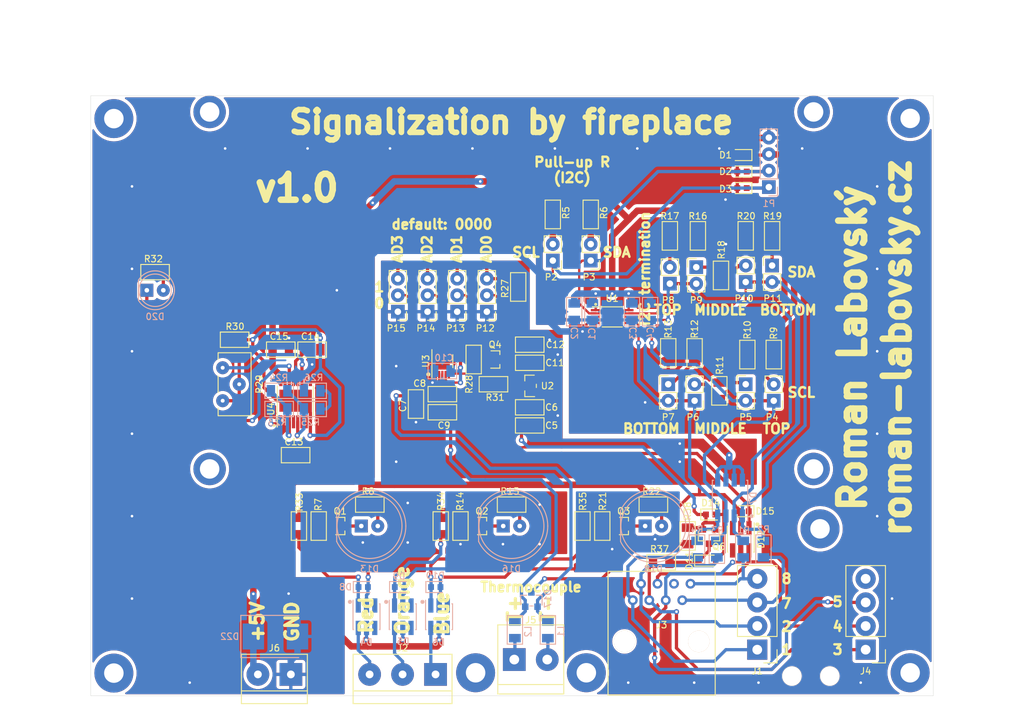
<source format=kicad_pcb>
(kicad_pcb (version 20221018) (generator pcbnew)
  (title_block (title "Signalization by fireplace") (date "2023-06-26") (rev "v2.0") (company "Roman Labovsky (roman-labovsky.cz)"))
  (layers (0 "F.Cu" signal) (31 "B.Cu" signal) (34 "B.Paste" user) (35 "F.Paste" user) (36 "B.SilkS" user "B.Silkscreen") (37 "F.SilkS" user "F.Silkscreen") (38 "B.Mask" user) (39 "F.Mask" user) (44 "Edge.Cuts" user))
  (net 0 "")
  (net 1 "GND")
  (net 2 "+5V")
  (net 3 "GND4")
  (net 4 "/1WIRE_5V_OUT")
  (net 5 "+3V3")
  (net 6 "Net-(U3-T-)")
  (net 7 "/SDA")
  (net 8 "/SCL")
  (net 9 "GND1")
  (net 10 "Net-(U3-T+)")
  (net 11 "/RED")
  (net 12 "Net-(D22-K)")
  (net 13 "Net-(U4-dVdT)")
  (net 14 "GND2")
  (net 15 "Net-(U4-PowerPad)")
  (net 16 "/ORANGE")
  (net 19 "GND3")
  (net 20 "Net-(J2-Pin_3)")
  (net 21 "/BLUE")
  (net 24 "/DSDA_N")
  (net 25 "/DSDA_P")
  (net 26 "/DSCL_P")
  (net 27 "/DSCL_N")
  (net 28 "/1WIRE_GND")
  (net 29 "/1WIRE_5V")
  (net 30 "Net-(J2-Pin_2)")
  (net 31 "/1WIRE_DATA_OUT")
  (net 33 "/1WIRE_DATA")
  (net 35 "Net-(J2-Pin_1)")
  (net 36 "Net-(D11-K)")
  (net 39 "Net-(D13-K)")
  (net 40 "Net-(D13-A)")
  (net 41 "/DSDA_P_CON")
  (net 42 "/DSDA_N_CON")
  (net 43 "/DSCL_P_CON")
  (net 44 "/DSCL_N_CON")
  (net 45 "Net-(D16-K)")
  (net 46 "Net-(D16-A)")
  (net 47 "Net-(J5-Pad1)")
  (net 48 "Net-(J5-Pad2)")
  (net 49 "Net-(P2-Pad2)")
  (net 50 "Net-(P3-Pad2)")
  (net 51 "Net-(P4-Pad2)")
  (net 52 "Net-(P5-Pad1)")
  (net 53 "Net-(P6-Pad2)")
  (net 54 "Net-(P7-Pad1)")
  (net 55 "Net-(P8-Pad2)")
  (net 56 "Net-(P9-Pad1)")
  (net 57 "Net-(P10-Pad2)")
  (net 58 "Net-(P11-Pad1)")
  (net 59 "Net-(P12-Pad3)")
  (net 60 "/AD0")
  (net 61 "/AD1")
  (net 62 "/AD2")
  (net 63 "/AD3")
  (net 64 "/DQ")
  (net 65 "Net-(R10-Pad1)")
  (net 66 "Net-(R12-Pad2)")
  (net 67 "Net-(R16-Pad2)")
  (net 68 "Net-(R19-Pad2)")
  (net 69 "Net-(R25-Pad2)")
  (net 70 "Net-(R29-Pad1)")
  (net 71 "Net-(D18-K)")
  (net 72 "Net-(D18-A)")
  (net 73 "Net-(D20-K)")
  (net 74 "Net-(D20-A)")
  (net 77 "Net-(Q1-G)")
  (net 78 "Net-(Q2-G)")
  (net 79 "Net-(Q3-G)")
  (net 80 "Net-(U4-UVLO)")
  (net 81 "Net-(U4-OVP)")
  (net 82 "Net-(U4-ILIM)")
  (footprint "capacitor_smd_rl:c_1206" (layer "F.Cu") (at 150.1775 99.949)
    (fp_text reference "C5")
    (fp_text value "1uF")
  )
  (footprint "capacitor_smd_rl:c_1206" (layer "F.Cu") (at 150.1775 97.155)
    (fp_text reference "C6")
    (fp_text value "100nF")
  )
  (footprint "capacitor_smd_rl:c_1206" (layer "F.Cu") (at 132.6515 96.647 90)
    (fp_text reference "C7")
    (fp_text value "NC")
  )
  (footprint "capacitor_smd_rl:c_1206" (layer "F.Cu") (at 136.7155 95.123)
    (fp_text reference "C8")
    (fp_text value "10nF")
  )
  (footprint "capacitor_smd_rl:c_1206" (layer "F.Cu") (at 136.7155 97.917 180)
    (fp_text reference "C9")
    (fp_text value "NC")
  )
  (footprint "capacitor_smd_rl:c_1206" (layer "F.Cu") (at 150.1775 90.297)
    (fp_text reference "C11")
    (fp_text value "100nF")
  )
  (footprint "capacitor_smd_rl:c_1206" (layer "F.Cu") (at 150.1775 87.503)
    (fp_text reference "C12")
    (fp_text value "1uF")
  )
  (footprint "capacitor_smd_rl:c_1206" (layer "F.Cu") (at 114.1095 104.521)
    (fp_text reference "C13")
    (fp_text value "1uF")
  )
  (footprint "capacitor_smd_rl:c_1206" (layer "F.Cu") (at 116.6495 88.265)
    (fp_text reference "C14")
    (fp_text value "1.2nF")
  )
  (footprint "capacitor_smd_rl:c_1206" (layer "F.Cu") (at 111.8235 88.265)
    (fp_text reference "C15")
    (fp_text value "1uF")
  )
  (footprint "terminal_block_tht_rl:DG301-5.0-03P-12-00A(H)" (layer "F.Cu") (at 130.5875 138.303 180)
    (fp_text reference "J2")
    (fp_text value "DG301-5.0-3P12")
  )
  (footprint "terminal_block_tht_rl:DG390-5.0-02P-12-00A(H)" (layer "F.Cu") (at 150.3375 136.017)
    (fp_text reference "J5")
    (fp_text value "DG390-5.0-02P-12-00A(H)")
  )
  (footprint "terminal_block_tht_rl:DG301-5.0-02P-12-00A(H)" (layer "F.Cu") (at 110.8375 138.303 180)
    (fp_text reference "J6")
    (fp_text value "DG301-5.0-02P-12-00A(H)")
  )
  (footprint "connector_tht_pinheader_2.54mm_rl:1x2_pinheader_2.54mm_vertical" (layer "F.Cu") (at 159.5755 74.549 180)
    (fp_text reference "P3")
    (fp_text value "1x2_pin_header")
  )
  (footprint "connector_tht_pinheader_2.54mm_rl:1x2_pinheader_2.54mm_vertical" (layer "F.Cu") (at 187.7695 96.139 180)
    (fp_text reference "P4")
    (fp_text value "1x2_pin_header")
  )
  (footprint "connector_tht_pinheader_2.54mm_rl:1x2_pinheader_2.54mm_vertical" (layer "F.Cu") (at 183.4515 93.599)
    (fp_text reference "P5")
    (fp_text value "1x2_pin_header")
  )
  (footprint "connector_tht_pinheader_2.54mm_rl:1x2_pinheader_2.54mm_vertical" (layer "F.Cu") (at 175.5775 96.139 180)
    (fp_text reference "P6")
    (fp_text value "1x2_pin_header")
  )
  (footprint "connector_tht_pinheader_2.54mm_rl:1x2_pinheader_2.54mm_vertical" (layer "F.Cu") (at 171.5135 93.599)
    (fp_text reference "P7")
    (fp_text value "1x2_pin_header")
  )
  (footprint "connector_tht_pinheader_2.54mm_rl:1x2_pinheader_2.54mm_vertical" (layer "F.Cu") (at 171.7675 78.105 180)
    (fp_text reference "P8")
    (fp_text value "1x2_pin_header")
  )
  (footprint "connector_tht_pinheader_2.54mm_rl:1x2_pinheader_2.54mm_vertical" (layer "F.Cu") (at 175.8315 75.565)
    (fp_text reference "P9")
    (fp_text value "1x2_pin_header")
  )
  (footprint "connector_tht_pinheader_2.54mm_rl:1x2_pinheader_2.54mm_vertical" (layer "F.Cu") (at 183.4515 77.851 180)
    (fp_text reference "P10")
    (fp_text value "1x2_pin_header")
  )
  (footprint "connector_tht_pinheader_2.54mm_rl:1x2_pinheader_2.54mm_vertical" (layer "F.Cu") (at 187.5155 75.311)
    (fp_text reference "P11")
    (fp_text value "1x2_pin_header")
  )
  (footprint "connector_tht_pinheader_2.54mm_rl:1x3_pinheader_2.54mm_vertical" (layer "F.Cu") (at 143.5735 82.423 180)
    (fp_text reference "P12")
    (fp_text value "1x3_pin_header")
  )
  (footprint "connector_tht_pinheader_2.54mm_rl:1x3_pinheader_2.54mm_vertical" (layer "F.Cu") (at 139.0015 82.423 180)
    (fp_text reference "P13")
    (fp_text value "1x3_pin_header")
  )
  (footprint "connector_tht_pinheader_2.54mm_rl:1x3_pinheader_2.54mm_vertical" (layer "F.Cu") (at 134.4295 82.423 180)
    (fp_text reference "P14")
    (fp_text value "1x3_pin_header")
  )
  (footprint "connector_tht_pinheader_2.54mm_rl:1x3_pinheader_2.54mm_vertical" (layer "F.Cu") (at 129.8575 82.423 180)
    (fp_text reference "P15")
    (fp_text value "1x3_pin_header")
  )
  (footprint "package_sot_rl:sot_323" (layer "F.Cu") (at 120.9675 115.443)
    (fp_text reference "Q1")
    (fp_text value "BSS138P")
  )
  (footprint "package_sot_rl:sot_323" (layer "F.Cu") (at 142.8115 115.443)
    (fp_text reference "Q2")
    (fp_text value "BSS138P")
  )
  (footprint "package_sot_rl:sot_323" (layer "F.Cu") (at 164.6555 115.443)
    (fp_text reference "Q3")
    (fp_text value "BSS138P")
  )
  (footprint "package_sot_rl:sot_323" (layer "F.Cu") (at 144.8435 89.789)
    (fp_text reference "Q4")
    (fp_text value "BSS138P")
  )
  (footprint "resistor_smd_rl:r_1206" (layer "F.Cu") (at 159.5755 67.437 -90)
    (fp_text reference "R6")
    (fp_text value "4k7")
  )
  (footprint "resistor_smd_rl:r_1206" (layer "F.Cu") (at 117.6655 115.443 -90)
    (fp_text reference "R7")
    (fp_text value "10k")
  )
  (footprint "resistor_smd_rl:r_1206" (layer "F.Cu") (at 125.5395 112.141)
    (fp_text reference "R8")
    (fp_text value "130R")
  )
  (footprint "resistor_smd_rl:r_1206" (layer "F.Cu") (at 187.7695 89.027 -90)
    (fp_text reference "R9")
    (fp_text value "210R")
  )
  (footprint "resistor_smd_rl:r_1206" (layer "F.Cu") (at 183.7055 89.027 -90)
    (fp_text reference "R10")
    (fp_text value "390R")
  )
  (footprint "resistor_smd_rl:r_1206" (layer "F.Cu") (at 179.3875 94.615 -90)
    (fp_text reference "R11")
    (fp_text value "100R/120R")
  )
  (footprint "resistor_smd_rl:r_1206" (layer "F.Cu") (at 175.5775 88.773 90)
    (fp_text reference "R12")
    (fp_text value "390R")
  )
  (footprint "resistor_smd_rl:r_1206" (layer "F.Cu") (at 139.5095 115.443 -90)
    (fp_text reference "R14")
    (fp_text value "10k")
  )
  (footprint "resistor_smd_rl:r_1206" (layer "F.Cu") (at 147.3835 112.141)
    (fp_text reference "R15")
    (fp_text value "130R")
  )
  (footprint "resistor_smd_rl:r_1206" (layer "F.Cu") (at 176.0855 70.739 -90)
    (fp_text reference "R16")
    (fp_text value "210R")
  )
  (footprint "resistor_smd_rl:r_1206" (layer "F.Cu") (at 171.7675 70.739 -90)
    (fp_text reference "R17")
    (fp_text value "390R")
  )
  (footprint "resistor_smd_rl:r_1206" (layer "F.Cu") (at 179.6415 76.835 -90)
    (fp_text reference "R18")
    (fp_text value "100R/120R")
  )
  (footprint "resistor_smd_rl:r_1206" (layer "F.Cu") (at 187.5155 70.739 90)
    (fp_text reference "R19")
    (fp_text value "390R")
  )
  (footprint "resistor_smd_rl:r_1206" (layer "F.Cu") (at 183.4515 70.739 -90)
    (fp_text reference "R20")
    (fp_text value "210R")
  )
  (footprint "resistor_smd_rl:r_1206" (layer "F.Cu") (at 161.3535 115.443 -90)
    (fp_text reference "R21")
    (fp_text value "10k")
  )
  (footprint "resistor_smd_rl:r_1206" (layer "F.Cu") (at 169.2275 112.141)
    (fp_text reference "R22")
    (fp_text value "100R")
  )
  (footprint "resistor_smd_rl:r_1206" (layer "F.Cu") (at 148.3995 78.613 90)
    (fp_text reference "R27")
    (fp_text value "4k7")
  )
  (footprint "resistor_smd_rl:r_1206" (layer "F.Cu") (at 141.5415 89.789 -90)
    (fp_text reference "R28")
    (fp_text value "4k7")
  )
  (footprint "resistor_smd_rl:r_1206" (layer "F.Cu") (at 104.7115 86.741 180)
    (fp_text reference "R30")
    (fp_text value "5k36")
  )
  (footprint "resistor_smd_rl:r_1206" (layer "F.Cu") (at 144.5895 93.599 180)
    (fp_text reference "R31")
    (fp_text value "4k7")
  )
  (footprint "resistor_smd_rl:r_1206" (layer "F.Cu") (at 92.456 76.327)
    (fp_text reference "R32")
    (fp_text value "470R")
  )
  (footprint "package_tssop_rl:tssop_10" (layer "F.Cu") (at 162.8775 83.185)
    (fp_text reference "U1")
    (fp_text value "PCA9615")
  )
  (footprint "package_sot_rl:sot_23_3" (layer "F.Cu") (at 150.1775 93.853 180)
    (fp_text reference "U2")
    (fp_text value "AP2210N-3.3TRG1")
  )
  (footprint "package_tdfn_rl:tdfn_10_ep" (layer "F.Cu") (at 136.7155 90.043 90)
    (fp_text reference "U3")
    (fp_text value "MAX31850K")
  )
  (footprint "package_htssop_rl:htssop_16_6.6mm×5.1mm" (layer "F.Cu") (at 114.1095 96.139 90)
    (fp_text reference "U4")
    (fp_text value "TPS26600")
  )
  (footprint "resistor_smd_rl:r_1206" (layer "F.Cu") (at 171.5135 88.773 -90)
    (fp_text reference "R13")
    (fp_text value "210R")
  )
  (footprint "resistor_smd_rl:r_1206" (layer "F.Cu") (at 114.6175 115.443 -90)
    (fp_text reference "R33")
    (fp_text value "1k")
  )
  (footprint "resistor_smd_rl:r_1206" (layer "F.Cu") (at 136.4615 115.443 -90)
    (fp_text reference "R34")
    (fp_text value "1k")
  )
  (footprint "resistor_smd_rl:r_1206" (layer "F.Cu") (at 158.3055 115.443 -90)
    (fp_text reference "R35")
    (fp_text value "1k")
  )
  (footprint "pad_rl:pad_3x6mm" (layer "F.Cu") (at 208.788 138.049)
    (fp_text reference " ~" hide)
    (fp_text value "pad_3x6mm" hide)
  )
  (footprint "pad_rl:pad_3x6mm" (layer "F.Cu") (at 208.788 52.642441)
    (fp_text reference " ~" hide)
    (fp_text value "pad_3x6mm" hide)
  )
  (footprint "connector_rl:rj45_54601-908WPLF" (layer "F.Cu") (at 170.4975 133.223)
    (fp_text reference "J3")
    (fp_text value "54601-908WPLF")
  )
  (footprint "package_sod_rl:sod_523" (layer "F.Cu") (at 183.1975 113.157 180)
    (fp_text reference "D15")
    (fp_text value "UCLAMP0501H.TCT")
  )
  (footprint "package_tsoc_rl:tsoc_6" (layer "F.Cu") (at 182.6895 117.475 -90)
    (fp_text reference "D12")
    (fp_text value "DS9503_us")
  )
  (footprint "pad_rl:pad_3x5mm" (layer "F.Cu") (at 193.9055 106.649)
    (fp_text reference " ~" hide)
    (fp_text value "pad_3x5mm" hide)
  )
  (footprint "connector_tht_pinheader_2.54mm_rl:1x2_pinheader_2.54mm_vertical" (layer "F.Cu") (at 153.7335 74.549 180)
    (fp_text reference "P2")
    (fp_text value "1x2_pin_header")
  )
  (footprint "resistor_smd_rl:r_1206" (layer "F.Cu") (at 153.7335 67.437 -90)
    (fp_text reference "R5")
    (fp_text value "4k7")
  )
  (footprint "pad_rl:pad_3x5mm" (layer "F.Cu") (at 100.8615 106.649)
    (fp_text reference " ~" hide)
    (fp_text value "pad_3x5mm" hide)
  )
  (footprint "pad_rl:pad_3x5mm" (layer "F.Cu") (at 100.8615 51.649)
    (fp_text reference " ~" hide)
    (fp_text value "pad_3x5mm" hide)
  )
  (footprint "pad_rl:pad_3x5mm" (layer "F.Cu") (at 193.9055 51.649)
    (fp_text reference " ~" hide)
    (fp_text value "pad_3x5mm" hide)
  )
  (footprint "pad_rl:pad_3x6mm" (layer "F.Cu") (at 141.8375 138.049)
    (fp_text reference " ~" hide)
    (fp_text value "pad_3x6mm" hide)
  )
  (footprint "pad_rl:pad_3x6mm" (layer "F.Cu") (at 158.8975 138.049)
    (fp_text reference " ~" hide)
    (fp_text value "pad_3x6mm" hide)
  )
  (footprint "pad_rl:pad_3x6mm" (layer "F.Cu") (at 86.106 52.675428)
    (fp_text reference " ~" hide)
    (fp_text value "pad_3x6mm" hide)
  )
  (footprint "pad_rl:pad_3x6mm" (layer "F.Cu") (at 86.106 138.102922)
    (fp_text reference " ~" hide)
    (fp_text value "pad_3x6mm" hide)
  )
  (footprint "connector_rl:1x4_idc_lsa_connector_general" (layer "F.Cu") (at 201.93 134.493 180)
    (fp_text reference "J4")
    (fp_text value "2x1x4_idc_lsa")
  )
  (footprint "connector_rl:1x4_idc_lsa_connector_general" (layer "F.Cu") (at 185.2295 134.493 180)
    (fp_text reference "J1")
    (fp_text value "2x1x4_idc_lsa")
  )
  (footprint "pad_rl:pad_3x6mm" (layer "F.Cu") (at 194.898 115.871)
    (fp_text reference " ~" hide)
    (fp_text value "pad_3x6mm" hide)
  )
  (footprint "package_sod_rl:sod_323" (layer "F.Cu") (at 177.546 120.777)
    (fp_text reference "D11")
    (fp_text value "ESD3B5V0WS")
  )
  (footprint "package_sod_rl:sod_523" (layer "F.Cu") (at 178.054 113.665)
    (fp_text reference "D14")
    (fp_text value "UCLAMP0501H.TCT")
  )
  (footprint "package_sot_rl:sot_23" (layer "F.Cu") (at 177.8 116.967 -90)
    (fp_text reference "Q6")
    (fp_text value "YJL3415A")
  )
  (footprint "resistor_smd_rl:r_1206" (layer "F.Cu") (at 170.434 121.031)
    (fp_text reference "R37")
    (fp_text value "10R/0.5W")
  )
  (footprint "resistor_smd_rl:r_1206" (layer "F.Cu") (at 174.498 116.967 -90)
    (fp_text reference "R38")
    (fp_text value "100k")
  )
  (footprint "package_sod_rl:sod_523" (layer "F.Cu") (at 182.88 60.833 180)
    (fp_text reference "D2")
    (fp_text value "UCLAMP0501H.TCT")
  )
  (footprint "package_sod_rl:sod_523" (layer "F.Cu") (at 182.88 63.373 180)
    (fp_text reference "D3")
    (fp_text value "UCLAMP0501H.TCT")
  )
  (footprint "trimmer_tht_rl:trimmer_t93yb" (layer "F.Cu") (at 104.7115 93.599 -90)
    (fp_text reference "R29")
    (fp_text value "200k")
  )
  (footprint "package_sod_rl:sod_523" (layer "F.Cu") (at 182.88 58.293 180)
    (fp_text reference "D1")
    (fp_text value "UCLAMP0501H.TCT")
  )
  (footprint "capacitor_smd_rl:c_1206" (layer "B.Cu") (at 159.8295 82.423 -90)
    (fp_text reference "C1")
    (fp_text value "1uF")
  )
  (footprint "capacitor_smd_rl:c_1206" (layer "B.Cu") (at 157.0355 82.423 -90)
    (fp_text reference "C2")
    (fp_text value "100nF")
  )
  (footprint "capacitor_smd_rl:c_1206" (layer "B.Cu") (at 165.9255 82.423 -90)
    (fp_text reference "C3")
    (fp_text value "100nF")
  )
  (footprint "capacitor_smd_rl:c_1206" (layer "B.Cu") (at 168.7195 82.423 -90)
    (fp_text reference "C4")
    (fp_text value "1uF")
  )
  (footprint "capacitor_smd_rl:c_1206" (layer "B.Cu") (at 136.7155 91.567 180)
    (fp_text reference "C10")
    (fp_text value "100nF")
  )
  (footprint "package_tsoc_rl:tsoc_6" (layer "B.Cu") (at 125.0315 129.413 -90)
    (fp_text reference "D4")
    (fp_text value "DS9503_us")
  )
  (footprint "package_tsoc_rl:tsoc_6" (layer "B.Cu") (at 130.6195 129.413 -90)
    (fp_text reference "D5")
    (fp_text value "DS9503_us")
  )
  (footprint "package_sod_rl:sod_523" (layer "B.Cu") (at 124.5235 124.841)
    (fp_text reference "D8")
    (fp_text value "UCLAMP0501H.TCT")
  )
  (footprint "package_sod_rl:sod_523" (layer "B.Cu") (at 130.1115 124.841)
    (fp_text reference "D9")
    (fp_text value "UCLAMP0501H.TCT")
  )
  (footprint "led_tht_rl:led_d10mm_2.54mm" (layer "B.Cu") (at 125.4955 115.443)
    (fp_text reference "D13")
    (fp_text value "OSB5SAA6A1A")
  )
  (footprint "package_sot_rl:sot_23" (layer "B.Cu") (at 150.4315 126.873 90)
    (fp_text reference "D17")
    (fp_text value "ESD16VHYFHT116")
  )
  (footprint "led_tht_rl:led_d10mm_2.54mm" (layer "B.Cu") (at 169.2275 115.443)
    (fp_text reference "D18")
    (fp_text value "OSR5PAA6A1A")
  )
  (footprint "inductor_smd_rl:ferrite_bead_1206" (layer "B.Cu") (at 147.8915 131.445 90)
    (fp_text reference "L2")
    (fp_text value "470R/1A")
  )
  (footprint "connector_tht_pinsocket_2.54mm_rl:1x4_pinsocket_2.54mm_vertical_8.4mm" (layer "B.Cu") (at 187.0127 63.22874)
    (fp_text reference "P1")
    (fp_text value "1x4_pin_socket")
  )
  (footprint "resistor_smd_rl:r_1206" (layer "B.Cu") (at 111.5695 97.409)
    (fp_text reference "R23")
    (fp_text value "100k")
  )
  (footprint "resistor_smd_rl:r_1206" (layer "B.Cu") (at 111.5695 94.615)
    (fp_text reference "R24")
    (fp_text value "3k16")
  )
  (footprint "resistor_smd_rl:r_1206" (layer "B.Cu") (at 116.6495 97.409)
    (fp_text reference "R25")
    (fp_text value "30k")
  )
  (footprint "led_tht_rl:led_d10mm_2.54mm" (layer "B.Cu") (at 147.3615 115.443)
    (fp_text reference "D16")
    (fp_text value "OSO5PAA6A1A")
  )
  (footprint "inductor_smd_rl:ferrite_bead_1206" (layer "B.Cu") (at 152.9715 131.445 90)
    (fp_text reference "L1")
    (fp_text value "470R/1A")
  )
  (footprint "package_soic_rl:soic_8_3.9mmx4.9mm" (layer "B.Cu") (at 181.0385 111.125 90)
    (fp_text reference "D7")
    (fp_text value "SMDA05CDR2G")
  )
  (footprint "resistor_smd_rl:r_1206" (layer "B.Cu") (at 175.9585 118.999 90)
    (fp_text reference "R4")
    (fp_text value "10R/0.5W")
  )
  (footprint "resistor_smd_rl:r_1206" (layer "B.Cu") (at 179.0065 118.999 90)
    (fp_text reference "R3")
    (fp_text value "10R/0.5W")
  )
  (footprint "resistor_smd_rl:r_1206" (layer "B.Cu") (at 186.182 118.999 90)
    (fp_text reference "R2")
    (fp_text value "10R/0.5W")
  )
  (footprint "resistor_smd_rl:r_1206" (layer "B.Cu") (at 183.0705 118.999 90)
    (fp_text reference "R1")
    (fp_text value "10R/0.5W")
  )
  (footprint "led_tht_rl:led_d5mm_2.54mm" (layer "B.Cu") (at 92.456 79.121)
    (fp_text reference "D20")
    (fp_text value "LL-503VC1E-4C")
  )
  (footprint "diode_smd_rl:smc" (layer "B.Cu") (at 110.998 132.461)
    (fp_text reference "D22")
    (fp_text value "SMCJ5.0CA-13-F")
  )
  (footprint "resistor_smd_rl:r_1206" (layer "B.Cu") (at 116.6495 94.615 180)
    (fp_text reference "R26")
    (fp_text value "200R")
  )
  (footprint "package_tsoc_rl:tsoc_6" (layer "B.Cu") (at 136.2075 129.413 -90)
    (fp_text reference "D6")
    (fp_text value "DS9503_us")
  )
  (footprint "package_sod_rl:sod_523" (layer "B.Cu") (at 135.6995 124.841)
    (fp_text reference "D10")
    (fp_text value "UCLAMP0501H.TCT")
  )
  (gr_circle (center 190.5635 138.557) (end 192.0635 138.557) (stroke (width 0.05)) (fill none) (layer "Edge.Cuts"))
  (gr_circle (center 196.4055 138.557) (end 197.9055 138.557) (stroke (width 0.05)) (fill none) (layer "Edge.Cuts"))
  (gr_line (start 212.344 49.149) (end 212.344 141.605) (stroke (width 0.05)) (layer "Edge.Cuts"))
  (gr_line (start 212.344 141.605) (end 82.55 141.605) (stroke (width 0.05)) (layer "Edge.Cuts"))
  (gr_line (start 82.55 141.605) (end 82.55 49.149) (stroke (width 0.05)) (layer "Edge.Cuts"))
  (gr_line (start 82.55 49.149) (end 212.344 49.149) (stroke (width 0.05)) (layer "Edge.Cuts"))
  (gr_text "Roman Labovský" (at 199.898 88.011 90) (layer "F.SilkS") (effects (font (size 4 4) (thickness 1))))
  (gr_text "v1.0" (at 114.3 63.373) (layer "F.SilkS") (effects (font (size 4 4) (thickness 1))))
  (gr_text "Orange" (at 130.556 126.873 90) (layer "F.SilkS") (effects (font (size 2 2) (thickness 0.5))))
  (gr_text "Red" (at 124.968 129.159 90) (layer "F.SilkS") (effects (font (size 2 2) (thickness 0.5))))
  (gr_text "+5V" (at 108.204 130.175 90) (layer "F.SilkS") (effects (font (size 2 2) (thickness 0.5))))
  (gr_text "GND" (at 113.538 130.175 90) (layer "F.SilkS") (effects (font (size 2 2) (thickness 0.5))))
  (gr_text "T-" (at 152.908 128.143 90) (layer "F.SilkS") (effects (font (size 2 2) (thickness 0.5))))
  (gr_text "AD1" (at 138.938 72.771 90) (layer "F.SilkS") (effects (font (size 1.5 1.5) (thickness 0.375))))
  (gr_text "AD2" (at 134.366 72.771 90) (layer "F.SilkS") (effects (font (size 1.5 1.5) (thickness 0.375))))
  (gr_text "AD3" (at 129.794 72.771 90) (layer "F.SilkS") (effects (font (size 1.5 1.5) (thickness 0.375))))
  (gr_text "TOP" (at 188.214 100.457) (layer "F.SilkS") (effects (font (size 1.5 1.5) (thickness 0.375))))
  (gr_text "BOTTOM" (at 168.91 100.457) (layer "F.SilkS") (effects (font (size 1.5 1.5) (thickness 0.375))))
  (gr_text "MIDDLE" (at 179.578 100.457) (layer "F.SilkS") (effects (font (size 1.5 1.5) (thickness 0.375))))
  (gr_text "MIDDLE" (at 179.578 82.169) (layer "F.SilkS") (effects (font (size 1.5 1.5) (thickness 0.375))))
  (gr_text "2" (at 189.738 130.937) (layer "F.SilkS") (effects (font (size 1.5 1.5) (thickness 0.375))))
  (gr_text "7" (at 189.738 127.381) (layer "F.SilkS") (effects (font (size 1.5 1.5) (thickness 0.375))))
  (gr_text "8" (at 189.738 123.571) (layer "F.SilkS") (effects (font (size 1.5 1.5) (thickness 0.375))))
  (gr_text "3" (at 197.612 134.493) (layer "F.SilkS") (effects (font (size 1.5 1.5) (thickness 0.375))))
  (gr_text "4" (at 197.612 130.937) (layer "F.SilkS") (effects (font (size 1.5 1.5) (thickness 0.375))))
  (gr_text "5" (at 197.612 127.127) (layer "F.SilkS") (effects (font (size 1.5 1.5) (thickness 0.375))))
  (gr_text "0" (at 127 81.153) (layer "F.SilkS") (effects (font (size 1.5 1.5) (thickness 0.375))))
  (gr_text "Blue" (at 136.652 128.905 90) (layer "F.SilkS") (effects (font (size 2 2) (thickness 0.5))))
  (gr_text "Pull-up R\n(I2C)" (at 156.718 60.579) (layer "F.SilkS") (effects (font (size 1.5 1.5) (thickness 0.375))))
  (gr_text "SDA" (at 163.576 73.279) (layer "F.SilkS") (effects (font (size 1.5 1.5) (thickness 0.375))))
  (gr_text "SDA" (at 192.024 76.327) (layer "F.SilkS") (effects (font (size 1.5 1.5) (thickness 0.375))))
  (gr_text "AD0" (at 143.51 72.771 90) (layer "F.SilkS") (effects (font (size 1.5 1.5) (thickness 0.375))))
  (gr_text "BOTTOM" (at 189.992 82.169) (layer "F.SilkS") (effects (font (size 1.5 1.5) (thickness 0.375))))
  (gr_text "SCL" (at 149.606 73.279) (layer "F.SilkS") (effects (font (size 1.5 1.5) (thickness 0.375))))
  (gr_text "T+" (at 147.828 128.143 90) (layer "F.SilkS") (effects (font (size 2 2) (thickness 0.5))))
  (gr_text "Signalization by fireplace" (at 147.32 53.213) (layer "F.SilkS") (effects (font (size 3.5 3.5) (thickness 0.875))))
  (gr_text "1" (at 189.738 134.493) (layer "F.SilkS") (effects (font (size 1.5 1.5) (thickness 0.375))))
  (gr_text "roman-labovsky.cz" (at 206.756 88.011 90) (layer "F.SilkS") (effects (font (size 4 4) (thickness 1))))
  (gr_text "default: 0000" (at 136.652 68.961) (layer "F.SilkS") (effects (font (size 1.5 1.5) (thickness 0.375))))
  (gr_text "TOP" (at 171.45 82.169) (layer "F.SilkS") (effects (font (size 1.5 1.5) (thickness 0.375))))
  (gr_text "SCL" (at 192.024 94.869) (layer "F.SilkS") (effects (font (size 1.5 1.5) (thickness 0.375))))
  (gr_text "I2C termination" (at 167.894 75.819 90) (layer "F.SilkS") (effects (font (size 1.5 1.5) (thickness 0.375))))
  (gr_text "Thermocouple" (at 150.368 124.841) (layer "F.SilkS") (effects (font (size 1.5 1.5) (thickness 0.375))))
  (gr_text "1" (at 127 78.613) (layer "F.SilkS") (effects (font (size 1.5 1.5) (thickness 0.375))))
  (segment (start 115.3795 107.2515) (end 110.998 111.633) (width 1) (layer "F.Cu") (net 1))
  (segment (start 117.602 104.521) (end 119.888 102.235) (width 1) (layer "F.Cu") (net 1))
  (segment (start 110.998 122.047) (end 110.998 112.141) (width 1) (layer "F.Cu") (net 1))
  (segment (start 113.03 125.857) (end 113.03 124.079) (width 1) (layer "F.Cu") (net 1))
  (segment (start 136.2075 133.6675) (end 135.89 133.985) (width 1) (layer "F.Cu") (net 1))
  (segment (start 116.684501 91.919501) (end 116.684501 92.173501) (width 1) (layer "F.Cu") (net 1))
  (segment (start 115.3795 104.521) (end 117.602 104.521) (width 1) (layer "F.Cu") (net 1))
  (segment (start 180.34 61.341) (end 180.34 61.849) (width 0.5) (layer "F.Cu") (net 1))
  (segment (start 116.684501 91.919501) (end 116.684501 91.531001) (width 1) (layer "F.Cu") (net 1))
  (segment (start 130.6195 132.969) (end 130.6195 133.7945) (width 1) (layer "F.Cu") (net 1))
  (segment (start 158.3055 85.471) (end 158.3055 84.963) (width 0.35) (layer "F.Cu") (net 1))
  (segment (start 180.34 59.055) (end 180.34 59.817) (width 1) (layer "F.Cu") (net 1))
  (segment (start 181.448 55.661) (end 180.34 56.769) (width 1) (layer "F.Cu") (net 1))
  (segment (start 167.9575 91.821) (end 169.7355 90.043) (width 1) (layer "F.Cu") (net 1))
  (segment (start 180.34 58.801) (end 180.594 58.801) (width 0.5) (layer "F.Cu") (net 1))
  (segment (start 187.0255 55.661) (end 181.448 55.661) (width 1) (layer "F.Cu") (net 1))
  (segment (start 124.968 133.731) (end 125.222 133.985) (width 1) (layer "F.Cu") (net 1))
  (segment (start 122.682 133.985) (end 121.666 132.969) (width 1) (layer "F.Cu") (net 1))
  (segment (start 180.34 58.801) (end 180.34 59.055) (width 1) (layer "F.Cu") (net 1))
  (segment (start 130.81 133.985) (end 125.222 133.985) (width 1) (layer "F.Cu") (net 1))
  (segment (start 119.888 94.869) (end 117.908 92.889) (width 1) (layer "F.Cu") (net 1))
  (segment (start 111.76 122.809) (end 110.998 122.047) (width 1) (layer "F.Cu") (net 1))
  (segment (start 180.34 61.849) (end 180.34 63.373) (width 1) (layer "F.Cu") (net 1))
  (segment (start 180.9115 104.521) (end 176.8475 100.457) (width 1) (layer "F.Cu") (net 1))
  (segment (start 116.3845 90.562) (end 116.6495 90.551) (width 0.4) (layer "F.Cu") (net 1))
  (segment (start 169.7355 90.043) (end 171.5135 90.043) (width 1) (layer "F.Cu") (net 1))
  (segment (start 180.34 56.769) (end 180.34 58.801) (width 1) (layer "F.Cu") (net 1))
  (segment (start 117.908 92.889) (end 116.684501 92.889) (width 1) (layer "F.Cu") (net 1))
  (segment (start 115.3795 104.521) (end 115.3795 107.2515) (width 1) (layer "F.Cu") (net 1))
  (segment (start 124.968 132.969) (end 124.968 133.731) (width 1) (layer "F.Cu") (net 1))
  (segment (start 182.2555 58.293) (end 180.594 58.293) (width 0.5) (layer "F.Cu") (net 1))
  (segment (start 125.222 133.985) (end 122.682 133.985) (width 1) (layer "F.Cu") (net 1))
  (segment (start 117.094 125.857) (end 119.38 128.143) (width 1) (layer "F.Cu") (net 1))
  (segment (start 182.2185 60.833) (end 180.34 60.833) (width 0.5) (layer "F.Cu") (net 1))
  (segment (start 136.2075 132.969) (end 136.2075 133.6675) (width 1) (layer "F.Cu") (net 1))
  (segment (start 158.3055 84.963) (end 159.0835 84.185) (width 0.35) (layer "F.Cu") (net 1))
  (segment (start 159.0835 84.185) (end 160.3375 84.185) (width 0.35) (layer "F.Cu") (net 1))
  (segment (start 119.888 102.235) (end 119.888 94.869) (width 1) (layer "F.Cu") (net 1))
  (segment (start 130.6195 133.7945) (end 130.81 133.985) (width 1) (layer "F.Cu") (net 1))
  (segment (start 180.34 59.309) (end 180.34 59.817) (width 0.5) (layer "F.Cu") (net 1))
  (segment (start 113.03 124.079) (end 111.76 122.809) (width 1) (layer "F.Cu") (net 1))
  (segment (start 117.908 92.889) (end 117.654 92.889) (width 1) (layer "F.Cu") (net 1))
  (segment (start 110.998 111.633) (end 110.998 112.141) (width 1) (layer "F.Cu") (net 1))
  (segment (start 180.34 65.151) (end 180.34 63.881) (width 1) (layer "F.Cu") (net 1))
  (segment (start 167.9575 98.679) (end 167.9575 96.393) (width 1) (layer "F.Cu") (net 1))
  (segment (start 116.3955 92.878) (end 116.3845 92.889) (width 0.35) (layer "F.Cu") (net 1))
  (segment (start 113.0935 86.487) (end 120.4595 79.121) (width 1) (layer "F.Cu") (net 1))
  (segment (start 116.3955 91.785001) (end 116.3955 92.878) (width 0.5) (layer "F.Cu") (net 1))
  (segment (start 180.848 56.261) (end 180.34 56.769) (width 1) (layer "F.Cu") (net 1))
  (segment (start 169.7355 100.457) (end 167.9575 98.679) (width 1) (layer "F.Cu") (net 1))
  (segment (start 116.6495 91.531001) (end 116.3955 91.785001) (width 0.5) (layer "F.Cu") (net 1))
  (segment (start 119.38 128.143) (end 119.38 130.683) (width 1) (layer "F.Cu") (net 1))
  (segment (start 116.6495 90.551) (end 116.6495 91.531001) (width 1) (layer "F.Cu") (net 1))
  (segment (start 135.89 133.985) (end 130.81 133.985) (width 1) (layer "F.Cu") (net 1))
  (segment (start 183.4515 72.009) (end 180.4035 72.009) (width 1) (layer "F.Cu") (net 1))
  (segment (start 113.03 125.857) (end 117.094 125.857) (width 1) (layer "F.Cu") (net 1))
  (segment (start 167.9575 96.393) (end 167.9575 91.821) (width 1) (layer "F.Cu") (net 1))
  (segment (start 182.2185 63.373) (end 180.848 63.373) (width 0.5) (layer "F.Cu") (net 1))
  (segment (start 119.38 130.683) (end 121.666 132.969) (width 1) (layer "F.Cu") (net 1))
  (segment (start 113.0935 86.487) (end 113.0935 88.265) (width 0.5) (layer "F.Cu") (net 1))
  (segment (start 181.4565 60.833) (end 182.2185 60.833) (width 0.5) (layer "F.Cu") (net 1))
  (segment (start 180.34 63.373) (end 180.34 63.881) (width 1) (layer "F.Cu") (net 1))
  (segment (start 176.8475 100.457) (end 169.7355 100.457) (width 1) (layer "F.Cu") (net 1))
  (segment (start 180.34 59.817) (end 180.34 61.849) (width 1) (layer "F.Cu") (net 1))
  (via (at 203.708 101.219) (size 0.8) (drill 0.4) (layers "F.Cu" "B.Cu") (net 1))
  (via (at 154.051 57.277) (size 0.8) (drill 0.4) (layers "F.Cu" "B.Cu") (net 1))
  (via (at 185.42 139.573) (size 0.8) (drill 0.4) (layers "F.Cu" "B.Cu") (net 1))
  (via (at 158.3055 85.471) (size 0.8) (drill 0.4) (layers "F.Cu" "B.Cu") (net 1))
  (via (at 179.3875 57.277) (size 0.8) (drill 0.4) (layers "F.Cu" "B.Cu") (net 1))
  (via (at 180.4035 72.009) (size 0.8) (drill 0.4) (layers "F.Cu" "B.Cu") (net 1))
  (via (at 124.968 132.969) (size 0.8) (drill 0.4) (layers "F.Cu" "B.Cu") (net 1))
  (via (at 203.708 88.519) (size 0.8) (drill 0.4) (layers "F.Cu" "B.Cu") (net 1))
  (via (at 205.994 126.619) (size 0.8) (drill 0.4) (layers "F.Cu" "B.Cu") (net 1))
  (via (at 113.03 125.857) (size 0.8) (drill 0.4) (layers "F.Cu" "B.Cu") (net 1))
  (via (at 128.651 57.277) (size 0.8) (drill 0.4) (layers "F.Cu" "B.Cu") (net 1))
  (via (at 141.351 57.277) (size 0.8) (drill 0.4) (layers "F.Cu" "B.Cu") (net 1))
  (via (at 130.6195 132.969) (size 0.8) (drill 0.4) (layers "F.Cu" "B.Cu") (net 1))
  (via (at 88.9 113.919) (size 0.8) (drill 0.4) (layers "F.Cu" "B.Cu") (net 1))
  (via (at 88.9 126.619) (size 0.8) (drill 0.4) (layers "F.Cu" "B.Cu") (net 1))
  (via (at 88.9 63.119) (size 0.8) (drill 0.4) (layers "F.Cu" "B.Cu") (net 1))
  (via (at 203.708 63.119) (size 0.8) (drill 0.4) (layers "F.Cu" "B.Cu") (net 1))
  (via (at 180.34 65.151) (size 0.8) (drill 0.4) (layers "F.Cu" "B.Cu") (net 1))
  (via (at 166.751 57.277) (size 0.8) (drill 0.4) (layers "F.Cu" "B.Cu") (net 1))
  (via (at 88.9 75.819) (size 0.8) (drill 0.4) (layers "F.Cu" "B.Cu") (net 1))
  (via (at 116.6495 90.551) (size 0.8) (drill 0.4) (layers "F.Cu" "B.Cu") (net 1))
  (via (at 201.168 139.573) (size 0.8) (drill 0.4) (layers "F.Cu" "B.Cu") (net 1))
  (via (at 175.514 139.573) (size 0.8) (drill 0.4) (layers "F.Cu" "B.Cu") (net 1))
  (via (at 88.9 101.219) (size 0.8) (drill 0.4) (layers "F.Cu" "B.Cu") (net 1))
  (via (at 167.9575 96.393) (size 0.8) (drill 0.4) (layers "F.Cu" "B.Cu") (net 1))
  (via (at 113.0935 86.487) (size 0.8) (drill 0.4) (layers "F.Cu" "B.Cu") (net 1))
  (via (at 88.9 88.519) (size 0.8) (drill 0.4) (layers "F.Cu" "B.Cu") (net 1))
  (via (at 203.708 113.919) (size 0.8) (drill 0.4) (layers "F.Cu" "B.Cu") (net 1))
  (via (at 165.354 139.573) (size 0.8) (drill 0.4) (layers "F.Cu" "B.Cu") (net 1))
  (via (at 203.708 75.819) (size 0.8) (drill 0.4) (layers "F.Cu" "B.Cu") (net 1))
  (via (at 136.2075 132.969) (size 0.8) (drill 0.4) (layers "F.Cu" "B.Cu") (net 1))
  (via (at 120.4595 79.121) (size 0.8) (drill 0.4) (layers "F.Cu" "B.Cu") (net 1))
  (via (at 192.151 57.277) (size 0.8) (drill 0.4) (layers "F.Cu" "B.Cu") (net 1))
  (via (at 97.79 139.573) (size 0.8) (drill 0.4) (layers "F.Cu" "B.Cu") (net 1))
  (via (at 115.951 57.277) (size 0.8) (drill 0.4) (layers "F.Cu" "B.Cu") (net 1))
  (via (at 103.251 57.277) (size 0.8) (drill 0.4) (layers "F.Cu" "B.Cu") (net 1))
  (via (at 180.9115 104.521) (size 0.8) (drill 0.4) (layers "F.Cu" "B.Cu") (net 1))
  (segment (start 136.2075 131.1402) (end 136.2075 132.969) (width 0.5) (layer "B.Cu") (net 1))
  (segment (start 152.9715 79.0575) (end 152.9715 77.851) (width 1) (layer "B.Cu") (net 1))
  (segment (start 180.1495 106.299) (end 180.4035 106.299) (width 0.5) (layer "B.Cu") (net 1))
  (segment (start 127.3175 72.263) (end 145.6055 72.263) (width 1) (layer "B.Cu") (net 1))
  (segment (start 154.7495 85.471) (end 152.9715 83.693) (width 1) (layer "B.Cu") (net 1))
  (segment (start 162.8775 94.361) (end 164.9095 96.393) (width 1) (layer "B.Cu") (net 1))
  (segment (start 162.8775 94.361) (end 162.8775 85.5345) (width 1) (layer "B.Cu") (net 1))
  (segment (start 181.6735 106.553) (end 181.6735 108.365) (width 0.5) (layer "B.Cu") (net 1))
  (segment (start 114.398 135.157) (end 113.3775 136.1775) (width 1) (layer "B.Cu") (net 1))
  (segment (start 166.116 85.471) (end 168.148 85.471) (width 1) (layer "B.Cu") (net 1))
  (segment (start 120.4595 79.121) (end 127.3175 72.263) (width 1) (layer "B.Cu") (net 1))
  (segment (start 147.3835 72.263) (end 145.6055 72.263) (width 1) (layer "B.Cu") (net 1))
  (segment (start 160.02 85.471) (end 166.116 85.471) (width 1) (layer "B.Cu") (net 1))
  (segment (start 114.398 132.461) (end 114.398 135.157) (width 1) (layer "B.Cu") (net 1))
  (segment (start 179.6995 106.299) (end 180.1495 106.299) (width 0.5) (layer "B.Cu") (net 1))
  (segment (start 116.6495 90.551) (end 116.6495 87.503) (width 1) (layer "B.Cu") (net 1))
  (segment (start 168.656 77.089) (end 168.656 72.771) (width 1) (layer "B.Cu") (net 1))
  (segment (start 159.8295 85.2805) (end 160.02 85.471) (width 1) (layer "B.Cu") (net 1))
  (segment (start 168.148 85.471) (end 168.7195 84.8995) (width 1) (layer "B.Cu") (net 1))
  (segment (start 181.6735 106.299) (end 182.4355 106.299) (width 0.5) (layer "B.Cu") (net 1))
  (segment (start 130.6195 131.1402) (end 130.6195 132.969) (width 0.5) (layer "B.Cu") (net 1))
  (segment (start 152.9715 83.693) (end 152.9715 79.0575) (width 1) (layer "B.Cu") (net 1))
  (segment (start 116.3955 87.249) (end 116.1415 86.995) (width 1) (layer "B.Cu") (net 1))
  (segment (start 179.1335 106.865) (end 179.6995 106.299) (width 0.5) (layer "B.Cu") (net 1))
  (segment (start 157.0355 83.693) (end 157.0355 85.1535) (width 1) (layer "B.Cu") (net 1))
  (segment (start 180.34 71.9455) (end 180.4035 72.009) (width 0.5) (layer "B.Cu") (net 1))
  (segment (start 113.3775 136.1775) (end 113.3775 138.303) (width 1) (layer "B.Cu") (net 1))
  (segment (start 125.0315 131.1402) (end 125.0315 132.9055) (width 0.5) (layer "B.Cu") (net 1))
  (segment (start 168.656 72.771) (end 169.418 72.009) (width 1) (layer "B.Cu") (net 1))
  (segment (start 152.9715 77.851) (end 167.894 77.851) (width 1) (layer "B.Cu") (net 1))
  (segment (start 180.9115 106.299) (end 181.1655 106.299) (width 0.5) (layer "B.Cu") (net 1))
  (segment (start 113.03 128.397) (end 114.398 129.765) (width 1) (layer "B.Cu") (net 1))
  (segment (start 180.9115 106.299) (end 180.9115 104.521) (width 1) (layer "B.Cu") (net 1))
  (segment (start 182.9435 106.807) (end 182.9435 108.365) (width 0.5) (layer "B.Cu") (net 1))
  (segment (start 114.144 137.5365) (end 113.3775 138.303) (width 0.5) (layer "B.Cu") (net 1))
  (segment (start 180.34 65.151) (end 180.34 71.9455) (width 1) (layer "B.Cu") (net 1))
  (segment (start 125.0315 132.9055) (end 124.968 132.969) (width 0.5) (layer "B.Cu") (net 1))
  (segment (start 165.9255 83.693) (end 165.9255 85.2805) (width 1) (layer "B.Cu") (net 1))
  (segment (start 180.4035 106.553) (end 180.4035 106.299) (width 0.5) (layer "B.Cu") (net 1))
  (segment (start 181.4195 106.299) (end 181.6735 106.299) (width 0.5) (layer "B.Cu") (net 1))
  (segment (start 113.3775 138.303) (end 113.3775 137.1935) (width 0.5) (layer "B.Cu") (net 1))
  (segment (start 181.6735 106.553) (end 181.6735 106.299) (width 0.5) (layer "B.Cu") (net 1))
  (segment (start 179.1335 108.365) (end 179.1335 106.865) (width 0.5) (layer "B.Cu") (net 1))
  (segment (start 157.0355 85.1535) (end 156.718 85.471) (width 1) (layer "B.Cu") (net 1))
  (segment (start 168.7195 84.8995) (end 168.7195 83.693) (width 1) (layer "B.Cu") (net 1))
  (segment (start 167.894 77.851) (end 168.656 77.089) (width 1) (layer "B.Cu") (net 1))
  (segment (start 165.9255 85.2805) (end 166.116 85.471) (width 1) (layer "B.Cu") (net 1))
  (segment (start 116.6495 87.503) (end 116.1415 86.995) (width 1) (layer "B.Cu") (net 1))
  (segment (start 155.194 77.851) (end 167.386 77.851) (width 0.5) (layer "B.Cu") (net 1))
  (segment (start 116.1415 86.995) (end 115.6335 86.487) (width 1) (layer "B.Cu") (net 1))
  (segment (start 156.718 85.471) (end 154.7495 85.471) (width 1) (layer "B.Cu") (net 1))
  (segment (start 169.418 72.009) (end 180.4035 72.009) (width 1) (layer "B.Cu") (net 1))
  (segment (start 181.1655 106.299) (end 181.4195 106.299) (width 0.5) (layer "B.Cu") (net 1))
  (segment (start 182.4355 106.299) (end 182.9435 106.807) (width 0.5) (layer "B.Cu") (net 1))
  (segment (start 159.8295 83.693) (end 159.8295 85.2805) (width 1) (layer "B.Cu") (net 1))
  (segment (start 158.3055 85.471) (end 160.02 85.471) (width 1) (layer "B.Cu") (net 1))
  (segment (start 180.4035 106.299) (end 180.9115 106.299) (width 0.5) (layer "B.Cu") (net 1))
  (segment (start 115.6335 86.487) (end 113.0935 86.487) (width 1) (layer "B.Cu") (net 1))
  (segment (start 114.398 129.765) (end 114.398 132.461) (width 1) (layer "B.Cu") (net 1))
  (segment (start 113.03 125.857) (end 113.03 128.397) (width 1) (layer "B.Cu") (net 1))
  (segment (start 180.4035 106.553) (end 180.4035 108.365) (width 0.5) (layer "B.Cu") (net 1))
  (segment (start 152.2095 77.089) (end 152.9715 77.851) (width 1) (layer "B.Cu") (net 1))
  (segment (start 164.9095 96.393) (end 167.9575 96.393) (width 1) (layer "B.Cu") (net 1))
  (segment (start 152.2095 77.089) (end 147.3835 72.263) (width 1) (layer "B.Cu") (net 1))
  (segment (start 158.3055 85.471) (end 156.718 85.471) (width 1) (layer "B.Cu") (net 1))
  (segment (start 166.9415 109.093) (end 146.1135 109.093) (width 1) (layer "F.Cu") (net 2))
  (segment (start 165.4175 68.199) (end 159.5755 62.357) (width 1) (layer "F.Cu") (net 2))
  (segment (start 186.86844 58.293) (end 187.0127 58.14874) (width 0.5) (layer "F.Cu") (net 2))
  (segment (start 156.5275 64.389) (end 159.0675 64.389) (width 1) (layer "F.Cu") (net 2))
  (segment (start 153.7335 66.167) (end 153.7335 64.897) (width 1) (layer "F.Cu") (net 2))
  (segment (start 159.5755 66.167) (end 159.5755 64.897) (width 1) (layer "F.Cu") (net 2))
  (segment (start 176.0855 66.9925) (end 175.9585 66.8655) (width 0.5) (layer "F.Cu") (net 2))
  (segment (start 124.2695 109.093) (end 124.2695 108.585) (width 0.5) (layer "F.Cu") (net 2))
  (segment (start 167.9575 111.241) (end 167.9575 110.109) (width 1) (layer "F.Cu") (net 2))
  (segment (start 190.91275 59.46775) (end 190.91275 82.07375) (width 1) (layer "F.Cu") (net 2))
  (segment (start 175.9585 66.8655) (end 166.751 66.8655) (width 1) (layer "F.Cu") (net 2))
  (segment (start 183.605 58.293) (end 186.9335 58.293) (width 0.5) (layer "F.Cu") (net 2))
  (segment (start 92.964 74.041) (end 98.298 74.041) (width 0.5) (layer "F.Cu") (net 2))
  (segment (start 91.186 76.327) (end 91.186 74.803) (width 0.5) (layer "F.Cu") (net 2))
  (segment (start 111.8345 92.34) (end 110.5535 91.059) (width 1) (layer "F.Cu") (net 2))
  (segment (start 125.5395 109.093) (end 129.3495 109.093) (width 1) (layer "F.Cu") (net 2))
  (segment (start 162.8775 79.629) (end 162.8775 70.739) (width 1) (layer "F.Cu") (net 2))
  (segment (start 167.9575 110.109) (end 166.9415 109.093) (width 1) (layer "F.Cu") (net 2))
  (segment (start 166.751 66.8655) (end 166.1795 67.437) (width 1) (layer "F.Cu") (net 2))
  (segment (start 186.9335 58.293) (end 187.0255 58.201) (width 0.5) (layer "F.Cu") (net 2))
  (segment (start 146.1135 112.141) (end 146.1135 109.093) (width 1) (layer "F.Cu") (net 2))
  (segment (start 110.5535 85.725) (end 110.5535 81.0895) (width 1) (layer "F.Cu") (net 2))
  (segment (start 124.2695 109.347) (end 124.2695 109.093) (width 0.5) (layer "F.Cu") (net 2))
  (segment (start 189.646 58.201) (end 190.91275 59.46775) (width 1) (layer "F.Cu") (net 2))
  (segment (start 165.4175 82.185) (end 165.4175 79.629) (width 0.35) (layer "F.Cu") (net 2))
  (segment (start 162.8775 70.739) (end 165.4175 68.199) (width 1) (layer "F.Cu") (net 2))
  (segment (start 154.2415 64.389) (end 153.7335 64.897) (width 1) (layer "F.Cu") (net 2))
  (segment (start 124.2695 108.585) (end 124.2695 109.347) (width 1) (layer "F.Cu") (net 2))
  (segment (start 110.5535 91.059) (end 112.17275 92.67825) (width 0.5) (layer "F.Cu") (net 2))
  (segment (start 112.17275 92.67825) (end 112.3835 92.889) (width 0.5) (layer "F.Cu") (net 2))
  (segment (start 124.2695 78.867) (end 124.2695 108.585) (width 1) (layer "F.Cu") (net 2))
  (segment (start 91.948 74.041) (end 92.964 74.041) (width 0.5) (layer "F.Cu") (net 2))
  (segment (start 176.0855 68.0085) (end 176.0855 67.437) (width 0.5) (layer "F.Cu") (net 2))
  (segment (start 156.5275 64.389) (end 154.2415 64.389) (width 1) (layer "F.Cu") (net 2))
  (segment (start 110.5535 81.0895) (end 118.491 73.152) (width 1) (layer "F.Cu") (net 2))
  (segment (start 176.0855 69.469) (end 176.0855 68.819) (width 1) (layer "F.Cu") (net 2))
  (segment (start 159.0675 64.389) (end 159.5755 64.897) (width 1) (layer "F.Cu") (net 2))
  (segment (start 118.491 73.152) (end 118.5545 73.152) (width 1) (layer "F.Cu") (net 2))
  (segment (start 124.5235 109.093) (end 124.2695 109.093) (width 0.5) (layer "F.Cu") (net 2))
  (segment (start 176.0855 69.469) (end 176.0855 68.0085) (width 1) (layer "F.Cu") (net 2))
  (segment (start 146.1135 109.093) (end 129.3495 109.093) (width 1) (layer "F.Cu") (net 2))
  (segment (start 143.3195 62.357) (end 142.5575 62.357) (width 1) (layer "F.Cu") (net 2))
  (segment (start 98.298 74.041) (end 103.505 74.041) (width 0.5) (layer "F.Cu") (net 2))
  (segment (start 118.5545 73.152) (end 120.9675 75.565) (width 1) (layer "F.Cu") (net 2))
  (segment (start 103.505 74.041) (end 110.5535 81.0895) (width 0.5) (layer "F.Cu") (net 2))
  (segment (start 175.9585 66.8655) (end 190.91275 66.83375) (width 1) (layer "F.Cu") (net 2))
  (segment (start 110.5535 90.9955) (end 110.5535 91.059) (width 0.5) (layer "F.Cu") (net 2))
  (segment (start 166.1795 67.437) (end 165.4175 68.199) (width 1) (layer "F.Cu") (net 2))
  (segment (start 160.3375 82.185) (end 160.3375 79.629) (width 0.35) (layer "F.Cu") (net 2))
  (segment (start 176.0855 68.819) (end 176.0855 68.0085) (width 0.5) (layer "F.Cu") (net 2))
  (segment (start 110.5535 88.265) (end 110.5535 90.9955) (width 1) (layer "F.Cu") (net 2))
  (segment (start 187.0255 58.201) (end 189.646 58.201) (width 1) (layer "F.Cu") (net 2))
  (segment (start 176.0855 68.0085) (end 176.0855 66.9925) (width 1) (layer "F.Cu") (net 2))
  (segment (start 118.491 73.152) (end 125.984 65.659) (width 1) (layer "F.Cu") (net 2))
  (segment (start 187.7695 87.757) (end 187.7695 85.217) (width 1) (layer "F.Cu") (net 2))
  (segment (start 156.5275 62.357) (end 143.3195 62.357) (width 1) (layer "F.Cu") (net 2))
  (segment (start 156.5275 62.357) (end 156.5275 64.389) (width 1) (layer "F.Cu") (net 2))
  (segment (start 112.17275 92.99575) (end 112.18449 93.00749) (width 1) (layer "F.Cu") (net 2))
  (segment (start 167.9575 112.141) (end 167.9575 111.241) (width 0.5) (layer "F.Cu") (net 2))
  (segment (start 159.5755 62.357) (end 156.5275 62.357) (width 1) (layer "F.Cu") (net 2))
  (segment (start 91.186 74.803) (end 91.948 74.041) (width 0.5) (layer "F.Cu") (net 2))
  (segment (start 124.2695 112.141) (end 124.2695 109.347) (width 1) (layer "F.Cu") (net 2))
  (segment (start 112.3835 92.889) (end 112.4845 92.889) (width 0.4) (layer "F.Cu") (net 2))
  (segment (start 124.2695 108.585) (end 124.2695 108.839) (width 1) (layer "F.Cu") (net 2))
  (segment (start 110.5535 88.265) (end 110.5535 85.725) (width 1) (layer "F.Cu") (net 2))
  (segment (start 187.7695 85.217) (end 190.91275 82.07375) (width 1) (layer "F.Cu") (net 2))
  (segment (start 124.5235 109.093) (end 125.5395 109.093) (width 1) (layer "F.Cu") (net 2))
  (segment (start 112.17275 92.67825) (end 112.17275 92.99575) (width 1) (layer "F.Cu") (net 2))
  (segment (start 120.9675 75.565) (end 124.2695 78.867) (width 1) (layer "F.Cu") (net 2))
  (segment (start 183.605 58.293) (end 186.86844 58.293) (width 0.5) (layer "F.Cu") (net 2))
  (via (at 165.4175 79.629) (size 0.8) (drill 0.4) (layers "F.Cu" "B.Cu") (net 2))
  (via (at 162.8775 79.629) (size 0.8) (drill 0.4) (layers "F.Cu" "B.Cu") (net 2))
  (via (at 142.5575 62.357) (size 0.8) (drill 0.4) (layers "F.Cu" "B.Cu") (net 2))
  (via (at 160.3375 79.629) (size 0.8) (drill 0.4) (layers "F.Cu" "B.Cu") (net 2))
  (via (at 125.984 65.659) (size 0.8) (drill 0.4) (layers "F.Cu" "B.Cu") (net 2))
  (segment (start 129.286 62.357) (end 125.984 65.659) (width 1) (layer "B.Cu") (net 2))
  (segment (start 165.9255 79.629) (end 168.2115 79.629) (width 1) (layer "B.Cu") (net 2))
  (segment (start 165.4175 79.629) (end 165.9255 79.629) (width 1) (layer "B.Cu") (net 2))
  (segment (start 168.7195 80.137) (end 168.7195 81.153) (width 1) (layer "B.Cu") (net 2))
  (segment (start 157.5435 79.629) (end 157.0355 80.137) (width 1) (layer "B.Cu") (net 2))
  (segment (start 168.2115 79.629) (end 168.7195 80.137) (width 1) (layer "B.Cu") (net 2))
  (segment (start 140.462 62.357) (end 129.286 62.357) (width 1) (layer "B.Cu") (net 2))
  (segment (start 140.462 62.357) (end 142.5575 62.357) (width 1) (layer "B.Cu") (net 2))
  (segment (start 160.3375 79.629) (end 162.8775 79.629) (width 1) (layer "B.Cu") (net 2))
  (segment (start 159.8295 79.629) (end 157.5435 79.629) (width 1) (layer "B.Cu") (net 2))
  (segment (start 160.3375 79.629) (end 159.8295 79.629) (width 1) (layer "B.Cu") (net 2))
  (segment (start 168.4655 79.883) (end 168.7195 80.137) (width 1) (layer "B.Cu") (net 2))
  (segment (start 165.9255 80.137) (end 165.9255 79.629) (width 0.5) (layer "B.Cu") (net 2))
  (segment (start 162.8775 79.629) (end 165.4175 79.629) (width 1) (layer "B.Cu") (net 2))
  (segment (start 165.9255 81.153) (end 165.9255 80.137) (width 1) (layer "B.Cu") (net 2))
  (segment (start 159.8295 81.153) (end 159.8295 79.629) (width 1) (layer "B.Cu") (net 2))
  (segment (start 157.0355 80.137) (end 157.0355 81.153) (width 1) (layer "B.Cu") (net 2))
  (segment (start 135.4455 93.091) (end 135.7155 92.821) (width 0.35) (layer "F.Cu") (net 3))
  (segment (start 176.3395 110.617) (end 176.3395 108.585) (width 0.5) (layer "F.Cu") (net 3))
  (segment (start 151.4475 90.297) (end 153.2255 90.297) (width 0.5) (layer "F.Cu") (net 3))
  (segment (start 172.466 118.237) (end 171.704 118.999) (width 0.5) (layer "F.Cu") (net 3))
  (segment (start 151.4475 99.949) (end 152.4635 99.949) (width 0.5) (layer "F.Cu") (net 3))
  (segment (start 153.2255 99.949) (end 153.2255 98.679) (width 0.5) (layer "F.Cu") (net 3))
  (segment (start 180.1495 110.617) (end 179.578 110.617) (width 0.5) (layer "F.Cu") (net 3))
  (segment (start 182.4607 113.919) (end 182.4607 113.1688) (width 0.5) (layer "F.Cu") (net 3))
  (segment (start 153.9875 102.743) (end 153.2255 101.981) (width 0.5) (layer "F.Cu") (net 3))
  (segment (start 176.3395 108.585) (end 173.2915 105.537) (width 0.5) (layer "F.Cu") (net 3))
  (segment (start 135.4455 90.043) (end 135.1915 90.297) (width 0.5) (layer "F.Cu") (net 3))
  (segment (start 178.816 120.777) (end 180.086 119.507) (width 0.5) (layer "F.Cu") (net 3))
  (segment (start 180.086 113.665) (end 180.086 110.6805) (width 0.5) (layer "F.Cu") (net 3))
  (segment (start 138.2395 82.423) (end 139.7635 82.423) (width 0.25) (layer "F.Cu") (net 3))
  (segment (start 153.2255 86.741) (end 153.2255 86.995) (width 0.5) (layer "F.Cu") (net 3))
  (segment (start 153.2255 99.187) (end 153.2255 98.679) (width 0.5) (layer "F.Cu") (net 3))
  (segment (start 173.101 112.522) (end 175.006 110.617) (width 0.5) (layer "F.Cu") (net 3))
  (segment (start 172.466 113.157) (end 173.101 112.522) (width 0.5) (layer "F.Cu") (net 3))
  (segment (start 174.498 118.237) (end 172.466 118.237) (width 0.5) (layer "F.Cu") (net 3))
  (segment (start 182.4725 112.94) (end 180.1495 110.617) (width 0.5) (layer "F.Cu") (net 3))
  (segment (start 180.086 114.173) (end 180.086 113.665) (width 0.5) (layer "F.Cu") (net 3))
  (segment (start 151.4475 87.503) (end 153.2255 87.503) (width 0.5) (layer "F.Cu") (net 3))
  (segment (start 135.1915 90.297) (end 135.1915 91.567) (width 0.5) (layer "F.Cu") (net 3))
  (segment (start 182.4725 113.157) (end 182.4725 112.94) (width 0.5) (layer "F.Cu") (net 3))
  (segment (start 132.6515 97.917) (end 135.4455 97.917) (width 0.5) (layer "F.Cu") (net 3))
  (segment (start 173.2915 102.743) (end 153.9875 102.743) (width 0.5) (layer "F.Cu") (net 3))
  (segment (start 172.466 118.237) (end 172.466 113.157) (width 0.5) (layer "F.Cu") (net 3))
  (segment (start 182.6895 115.7478) (end 182.6895 114.1478) (width 0.5) (layer "F.Cu") (net 3))
  (segment (start 180.086 119.507) (end 180.086 114.173) (width 0.5) (layer "F.Cu") (net 3))
  (segment (start 171.704 118.999) (end 165.862 118.999) (width 0.5) (layer "F.Cu") (net 3))
  (segment (start 135.1915 93.091) (end 135.4455 93.091) (width 0.25) (layer "F.Cu") (net 3))
  (segment (start 173.101 112.522) (end 172.72 112.903) (width 0.5) (layer "F.Cu") (net 3))
  (segment (start 153.2255 101.981) (end 153.2255 99.949) (width 0.5) (layer "F.Cu") (net 3))
  (segment (start 151.1775 94.803) (end 153.1595 94.803) (width 0.5) (layer "F.Cu") (net 3))
  (segment (start 153.2255 94.869) (end 153.2255 90.297) (width 0.5) (layer "F.Cu") (net 3))
  (segment (start 135.7155 92.821) (end 135.7155 91.963) (width 0.35) (layer "F.Cu") (net 3))
  (segment (start 153.2255 90.297) (end 153.2255 87.503) (width 0.5) (layer "F.Cu") (net 3))
  (segment (start 135.1915 91.567) (end 135.1915 93.345) (width 0.5) (layer "F.Cu") (net 3))
  (segment (start 152.4635 99.949) (end 153.2255 99.949) (width 0.5) (layer "F.Cu") (net 3))
  (segment (start 175.006 110.617) (end 175.26 110.617) (width 0.5) (layer "F.Cu") (net 3))
  (segment (start 175.26 110.617) (end 176.3395 110.617) (width 0.5) (layer "F.Cu") (net 3))
  (segment (start 179.578 110.617) (end 176.3395 110.617) (width 0.5) (layer "F.Cu") (net 3))
  (segment (start 178.779 113.665) (end 180.086 113.665) (width 0.5) (layer "F.Cu") (net 3))
  (segment (start 182.4607 113.1688) (end 182.4725 113.157) (width 0.5) (layer "F.Cu") (net 3))
  (segment (start 153.1595 94.803) (end 153.2255 94.869) (width 0.5) (layer "F.Cu") (net 3))
  (segment (start 165.862 118.999) (end 161.29 123.571) (width 0.5) (layer "F.Cu") (net 3))
  (segment (start 153.2255 86.995) (end 153.2255 87.503) (width 0.5) (layer "F.Cu") (net 3))
  (segment (start 153.2255 97.155) (end 153.2255 94.869) (width 0.5) (layer "F.Cu") (net 3))
  (segment (start 136.7155 90.043) (end 135.4455 90.043) (width 0.5) (layer "F.Cu") (net 3))
  (segment (start 180.086 110.6805) (end 180.1495 110.617) (width 0.5) (layer "F.Cu") (net 3))
  (segment (start 161.29 123.571) (end 152.4635 123.571) (width 0.5) (layer "F.Cu") (net 3))
  (segment (start 151.4475 97.155) (end 153.2255 97.155) (width 0.5) (layer "F.Cu") (net 3))
  (segment (start 132.6515 97.917) (end 132.6515 99.441) (width 0.5) (layer "F.Cu") (net 3))
  (segment (start 153.2255 98.679) (end 153.2255 97.155) (width 0.5) (layer "F.Cu") (net 3))
  (segment (start 182.6895 114.1478) (end 182.4607 113.919) (width 0.5) (layer "F.Cu") (net 3))
  (via (at 153.2255 86.741) (size 0.8) (drill 0.4) (layers "F.Cu" "B.Cu") (net 3))
  (via (at 154.4955 98.425) (size 0.8) (drill 0.4) (layers "F.Cu" "B.Cu") (net 3))
  (via (at 154.4955 89.027) (size 0.8) (drill 0.4) (layers "F.Cu" "B.Cu") (net 3))
  (via (at 129.6035 90.805) (size 0.8) (drill 0.4) (layers "F.Cu" "B.Cu") (net 3))
  (via (at 132.6515 99.441) (size 0.8) (drill 0.4) (layers "F.Cu" "B.Cu") (net 3))
  (via (at 173.2915 102.743) (size 0.8) (drill 0.4) (layers "F.Cu" "B.Cu") (net 3))
  (via (at 129.6035 105.537) (size 0.8) (drill 0.4) (layers "F.Cu" "B.Cu") (net 3))
  (via (at 152.4635 123.571) (size 0.8) (drill 0.4) (layers "F.Cu" "B.Cu") (net 3))
  (via (at 135.1915 93.345) (size 0.8) (drill 0.4) (layers "F.Cu" "B.Cu") (net 3))
  (via (at 173.2915 105.537) (size 0.8) (drill 0.4) (layers "F.Cu" "B.Cu") (net 3))
  (segment (start 139.0015 82.423) (end 139.0015 84.455) (width 0.5) (layer "B.Cu") (net 3))
  (segment (start 129.8575 84.455) (end 129.8575 82.423) (width 0.5) (layer "B.Cu") (net 3))
  (segment (start 151.9555 124.079) (end 152.4635 123.571) (width 0.5) (layer "B.Cu") (net 3))
  (segment (start 135.4455 91.567) (end 134.4295 91.567) (width 0.25) (layer "B.Cu") (net 3))
  (segment (start 134.4295 82.423) (end 134.4295 84.201) (width 0.5) (layer "B.Cu") (net 3))
  (segment (start 135.1915 91.821) (end 135.4455 91.567) (width 0.5) (layer "B.Cu") (net 3))
  (segment (start 150.4315 125.673) (end 150.4315 125.603) (width 0.5) (layer "B.Cu") (net 3))
  (segment (start 132.6515 91.821) (end 133.4135 91.059) (width 0.5) (layer "B.Cu") (net 3))
  (segment (start 129.8575 87.503) (end 129.8575 86.741) (width 0.5) (layer "B.Cu") (net 3))
  (segment (start 132.6515 99.441) (end 132.6515 91.821) (width 0.5) (layer "B.Cu") (net 3))
  (segment (start 133.4135 91.059) (end 129.8575 87.503) (width 0.5) (layer "B.Cu") (net 3))
  (segment (start 133.9215 91.567) (end 133.4135 91.059) (width 0.5) (layer "B.Cu") (net 3))
  (segment (start 143.5735 83.947) (end 143.5735 82.423) (width 0.5) (layer "B.Cu") (net 3))
  (segment (start 134.4295 84.201) (end 134.4295 84.455) (width 0.5) (layer "B.Cu") (net 3))
  (segment (start 129.8575 86.741) (end 129.8575 84.455) (width 0.5) (layer "B.Cu") (net 3))
  (segment (start 129.8575 82.423) (end 129.8575 83.693) (width 0.25) (layer "B.Cu") (net 3))
  (segment (start 134.4295 84.455) (end 139.0015 84.455) (width 0.5) (layer "B.Cu") (net 3))
  (segment (start 135.4455 91.567) (end 133.9215 91.567) (width 0.5) (layer "B.Cu") (net 3))
  (segment (start 134.1755 84.455) (end 134.4295 84.455) (width 0.5) (layer "B.Cu") (net 3))
  (segment (start 139.0015 84.455) (end 143.0655 84.455) (width 0.5) (layer "B.Cu") (net 3))
  (segment (start 143.0655 84.455) (end 143.5735 83.947) (width 0.5) (layer "B.Cu") (net 3))
  (segment (start 173.2915 105.537) (end 173.2915 102.743) (width 0.5) (layer "B.Cu") (net 3))
  (segment (start 129.8575 84.455) (end 134.1755 84.455) (width 0.5) (layer "B.Cu") (net 3))
  (segment (start 135.1915 93.091) (end 135.1915 91.821) (width 0.5) (layer "B.Cu") (net 3))
  (segment (start 129.8575 86.741) (end 153.2255 86.741) (width 0.5) (layer "B.Cu") (net 3))
  (segment (start 150.4315 125.603) (end 151.9555 124.079) (width 0.5) (layer "B.Cu") (net 3))
  (segment (start 148.9075 97.155) (end 147.3835 97.155) (width 0.5) (layer "F.Cu") (net 4))
  (segment (start 147.1295 93.599) (end 148.7235 93.599) (width 0.5) (layer "F.Cu") (net 4))
  (segment (start 176.292 115.967) (end 176.85 115.967) (width 0.5) (layer "F.Cu") (net 4))
  (segment (start 147.1295 96.901) (end 147.1295 93.599) (width 0.5) (layer "F.Cu") (net 4))
  (segment (start 145.8595 93.599) (end 147.1295 93.599) (width 0.5) (layer "F.Cu") (net 4))
  (segment (start 177.329 113.665) (end 176.022 113.665) (width 0.5) (layer "F.Cu") (net 4))
  (segment (start 174.498 115.697) (end 176.022 115.697) (width 0.5) (layer "F.Cu") (net 4))
  (segment (start 176.022 115.697) (end 176.292 115.967) (width 0.5) (layer "F.Cu") (net 4))
  (segment (start 178.562 114.935) (end 177.292 114.935) (width 0.5) (layer "F.Cu") (net 4))
  (segment (start 175.26 115.697) (end 173.99 115.697) (width 0.5) (layer "F.Cu") (net 4))
  (segment (start 177.329 114.898) (end 177.292 114.935) (width 0.5) (layer "F.Cu") (net 4))
  (segment (start 178.75 115.123) (end 178.562 114.935) (width 0.5) (layer "F.Cu") (net 4))
  (segment (start 148.9075 102.235) (end 148.9075 99.949) (width 0.5) (layer "F.Cu") (net 4))
  (segment (start 177.292 114.935) (end 177.038 114.935) (width 0.5) (layer "F.Cu") (net 4))
  (segment (start 177.329 113.665) (end 177.329 114.898) (width 0.5) (layer "F.Cu") (net 4))
  (segment (start 148.9075 99.949) (end 147.8915 99.949) (width 0.5) (layer "F.Cu") (net 4))
  (segment (start 148.7235 93.599) (end 148.9775 93.853) (width 0.5) (layer "F.Cu") (net 4))
  (segment (start 147.1295 99.187) (end 147.1295 97.155) (width 0.5) (layer "F.Cu") (net 4))
  (segment (start 147.3835 97.155) (end 147.1295 97.155) (width 0.5) (layer "F.Cu") (net 4))
  (segment (start 147.1295 97.155) (end 147.1295 96.901) (width 0.5) (layer "F.Cu") (net 4))
  (segment (start 148.9075 93.923) (end 148.9775 93.853) (width 0.25) (layer "F.Cu") (net 4))
  (segment (start 176.022 113.665) (end 175.514 113.157) (width 0.5) (layer "F.Cu") (net 4))
  (segment (start 178.75 115.967) (end 178.75 115.123) (width 0.5) (layer "F.Cu") (net 4))
  (segment (start 177.038 114.935) (end 176.85 115.123) (width 0.5) (layer "F.Cu") (net 4))
  (segment (start 175.514 113.157) (end 175.514 112.395) (width 0.5) (layer "F.Cu") (net 4))
  (segment (start 147.8915 99.949) (end 147.1295 99.187) (width 0.5) (layer "F.Cu") (net 4))
  (segment (start 176.85 115.123) (end 176.85 115.967) (width 0.5) (layer "F.Cu") (net 4))
  (via (at 175.514 112.395) (size 0.8) (drill 0.4) (layers "F.Cu" "B.Cu") (net 4))
  (via (at 148.9075 102.235) (size 0.8) (drill 0.4) (layers "F.Cu" "B.Cu") (net 4))
  (segment (start 175.514 111.125) (end 175.26 110.871) (width 0.5) (layer "B.Cu") (net 4))
  (segment (start 175.26 110.871) (end 167.64 103.251) (width 0.5) (layer "B.Cu") (net 4))
  (segment (start 175.514 112.395) (end 175.514 111.125) (width 0.5) (layer "B.Cu") (net 4))
  (segment (start 149.9235 103.251) (end 148.9075 102.235) (width 0.5) (layer "B.Cu") (net 4))
  (segment (start 167.64 103.251) (end 149.9235 103.251) (width 0.5) (layer "B.Cu") (net 4))
  (segment (start 137.609538 93.345) (end 137.912498 93.345) (width 0.35) (layer "F.Cu") (net 5))
  (segment (start 150.4975 92.903) (end 148.9075 91.313) (width 0.5) (layer "F.Cu") (net 5))
  (segment (start 141.5415 88.519) (end 140.7795 88.519) (width 0.25) (layer "F.Cu") (net 5))
  (segment (start 139.5095 89.535) (end 140.5255 88.519) (width 0.5) (layer "F.Cu") (net 5))
  (segment (start 137.2155 92.13596) (end 137.2155 92.950962) (width 0.35) (layer "F.Cu") (net 5))
  (segment (start 140.5255 88.519) (end 141.5415 88.519) (width 0.5) (layer "F.Cu") (net 5))
  (segment (start 151.1775 92.903) (end 151.1775 92.567) (width 0.25) (layer "F.Cu") (net 5))
  (segment (start 139.5095 91.059) (end 139.5095 89.535) (width 0.5) (layer "F.Cu") (net 5))
  (segment (start 148.9075 87.503) (end 145.1795 87.503) (width 0.5) (layer "F.Cu") (net 5))
  (segment (start 145.1795 87.503) (end 143.8435 88.839) (width 0.5) (layer "F.Cu") (net 5))
  (segment (start 148.9075 87.503) (end 148.9075 90.297) (width 0.5) (layer "F.Cu") (net 5))
  (segment (start 141.5415 88.519) (end 143.5235 88.519) (width 0.5) (layer "F.Cu") (net 5))
  (segment (start 148.3995 79.883) (end 148.3995 86.995) (width 0.5) (layer "F.Cu") (net 5))
  (segment (start 137.2155 92.950962) (end 137.609538 93.345) (width 0.35) (layer "F.Cu") (net 5))
  (segment (start 137.912498 93.345) (end 138.7475 93.345) (width 0.35) (layer "F.Cu") (net 5))
  (segment (start 148.3995 86.995) (end 148.9075 87.503) (width 0.5) (layer "F.Cu") (net 5))
  (segment (start 151.1775 92.903) (end 150.4975 92.903) (width 0.5) (layer "F.Cu") (net 5))
  (segment (start 143.5235 88.519) (end 143.8435 88.839) (width 0.5) (layer "F.Cu") (net 5))
  (segment (start 143.8435 88.839) (end 144.0155 88.839) (width 0.25) (layer "F.Cu") (net 5))
  (segment (start 138.7475 93.345) (end 139.5095 93.345) (width 0.35) (layer "F.Cu") (net 5))
  (segment (start 148.9075 91.313) (end 148.9075 90.297) (width 0.5) (layer "F.Cu") (net 5))
  (segment (start 137.2155 91.963) (end 137.215499 92.648001) (width 0.35) (layer "F.Cu") (net 5))
  (via (at 139.5095 91.059) (size 0.8) (drill 0.4) (layers "F.Cu" "B.Cu") (net 5))
  (via (at 139.5095 93.345) (size 0.8) (drill 0.4) (layers "F.Cu" "B.Cu") (net 5))
  (segment (start 137.9855 91.567) (end 139.5095 91.567) (width 0.5) (layer "B.Cu") (net 5))
  (segment (start 139.5095 91.567) (end 139.5095 93.345) (width 0.5) (layer "B.Cu") (net 5))
  (segment (start 139.5095 91.059) (end 139.5095 91.567) (width 0.5) (layer "B.Cu") (net 5))
  (segment (start 138.2395 91.821) (end 137.9855 91.567) (width 0.25) (layer "B.Cu") (net 5))
  (segment (start 136.2155 91.963) (end 136.2155 94.353) (width 0.35) (layer "F.Cu") (net 6))
  (segment (start 129.6035 95.377) (end 132.6515 95.377) (width 0.5) (layer "F.Cu") (net 6))
  (segment (start 132.6515 95.377) (end 135.1915 95.377) (width 0.5) (layer "F.Cu") (net 6))
  (segment (start 136.2155 94.353) (end 135.4455 95.123) (width 0.35) (layer "F.Cu") (net 6))
  (segment (start 135.1915 95.377) (end 135.4455 95.123) (width 0.5) (layer "F.Cu") (net 6))
  (via (at 129.6035 95.377) (size 0.8) (drill 0.4) (layers "F.Cu" "B.Cu") (net 6))
  (segment (start 139.0015 101.473) (end 130.3655 101.473) (width 0.5) (layer "B.Cu") (net 6))
  (segment (start 151.8895 126.365) (end 151.9555 126.365) (width 0.5) (layer "B.Cu") (net 6))
  (segment (start 130.3655 101.473) (end 129.6035 100.711) (width 0.5) (layer "B.Cu") (net 6))
  (segment (start 151.3815 128.585) (end 152.9715 130.175) (width 0.5) (layer "B.Cu") (net 6))
  (segment (start 144.8435 106.553) (end 144.0815 106.553) (width 0.5) (layer "B.Cu") (net 6))
  (segment (start 156.5275 108.839) (end 154.2415 106.553) (width 0.5) (layer "B.Cu") (net 6))
  (segment (start 151.3815 127.873) (end 151.3815 126.873) (width 0.5) (layer "B.Cu") (net 6))
  (segment (start 156.5275 120.777) (end 156.5275 108.839) (width 0.5) (layer "B.Cu") (net 6))
  (segment (start 144.0815 106.553) (end 139.0015 101.473) (width 0.5) (layer "B.Cu") (net 6))
  (segment (start 151.3815 126.873) (end 151.8895 126.365) (width 0.5) (layer "B.Cu") (net 6))
  (segment (start 151.3815 127.873) (end 151.3815 128.585) (width 0.5) (layer "B.Cu") (net 6))
  (segment (start 156.5275 121.793) (end 156.5275 120.777) (width 0.5) (layer "B.Cu") (net 6))
  (segment (start 129.6035 100.711) (end 129.6035 95.377) (width 0.5) (layer "B.Cu") (net 6))
  (segment (start 154.2415 106.553) (end 144.8435 106.553) (width 0.5) (layer "B.Cu") (net 6))
  (segment (start 151.9555 126.365) (end 156.5275 121.793) (width 0.5) (layer "B.Cu") (net 6))
  (segment (start 159.5755 74.549) (end 158.2755 74.549) (width 0.35) (layer "F.Cu") (net 7))
  (segment (start 183.605 60.833) (end 186.86844 60.833) (width 0.5) (layer "F.Cu") (net 7))
  (segment (start 159.327499 82.685001) (end 157.7975 81.155002) (width 0.35) (layer "F.Cu") (net 7))
  (segment (start 186.9335 60.833) (end 187.0255 60.741) (width 0.5) (layer "F.Cu") (net 7))
  (segment (start 160.3375 82.685) (end 159.327499 82.685001) (width 0.35) (layer "F.Cu") (net 7))
  (segment (start 158.2755 74.549) (end 157.7975 75.027) (width 0.35) (layer "F.Cu") (net 7))
  (segment (start 157.7975 75.027) (end 157.7975 81.155002) (width 0.35) (layer "F.Cu") (net 7))
  (segment (start 183.605 60.833) (end 186.9335 60.833) (width 0.5) (layer "F.Cu") (net 7))
  (segment (start 186.86844 60.833) (end 187.0127 60.68874) (width 0.5) (layer "F.Cu") (net 7))
  (segment (start 161.1255 74.549) (end 162.8775 72.771) (width 0.5) (layer "B.Cu") (net 7))
  (segment (start 169.926 60.833) (end 162.8775 67.8815) (width 0.5) (layer "B.Cu") (net 7))
  (segment (start 187.0255 60.833) (end 169.926 60.833) (width 0.5) (layer "B.Cu") (net 7))
  (segment (start 162.8775 67.8815) (end 162.8775 68.961) (width 0.5) (layer "B.Cu") (net 7))
  (segment (start 162.8775 68.961) (end 162.8775 72.771) (width 0.5) (layer "B.Cu") (net 7))
  (segment (start 159.5755 74.549) (end 161.1255 74.549) (width 0.5) (layer "B.Cu") (net 7))
  (segment (start 186.9335 63.373) (end 187.0255 63.281) (width 0.5) (layer "F.Cu") (net 8))
  (segment (start 186.86844 63.373) (end 187.0127 63.22874) (width 0.5) (layer "F.Cu") (net 8))
  (segment (start 183.605 63.373) (end 186.86844 63.373) (width 0.5) (layer "F.Cu") (net 8))
  (segment (start 153.7335 74.549) (end 153.7335 81.661) (width 0.35) (layer "F.Cu") (net 8))
  (segment (start 153.7335 81.661) (end 155.7655 83.693) (width 0.35) (layer "F.Cu") (net 8))
  (segment (start 155.773499 83.685001) (end 155.7655 83.693) (width 0.25) (layer "F.Cu") (net 8))
  (segment (start 159.327499 83.685001) (end 155.773499 83.685001) (width 0.35) (layer "F.Cu") (net 8))
  (segment (start 160.3375 83.685) (end 159.327499 83.685001) (width 0.35) (layer "F.Cu") (net 8))
  (segment (start 166.878 70.231) (end 166.878 71.247) (width 0.5) (layer "B.Cu") (net 8))
  (segment (start 173.736 63.373) (end 166.878 70.231) (width 0.5) (layer "B.Cu") (net 8))
  (segment (start 173.736 63.373) (end 184.404 63.373) (width 0.5) (layer "B.Cu") (net 8))
  (segment (start 166.878 74.803) (end 166.878 71.247) (width 0.5) (layer "B.Cu") (net 8))
  (segment (start 165.1 76.581) (end 166.878 74.803) (width 0.5) (layer "B.Cu") (net 8))
  (segment (start 153.7335 74.549) (end 153.7335 75.3745) (width 0.5) (layer "B.Cu") (net 8))
  (segment (start 154.94 76.581) (end 165.1 76.581) (width 0.5) (layer "B.Cu") (net 8))
  (segment (start 153.7335 75.3745) (end 154.94 76.581) (width 0.5) (layer "B.Cu") (net 8))
  (segment (start 184.404 63.373) (end 187.0255 63.373) (width 0.5) (layer "B.Cu") (net 8))
  (segment (start 119.66575 119.98325) (end 119.9515 120.269) (width 0.5) (layer "F.Cu") (net 9))
  (segment (start 125.2855 121.6025) (end 124.206 120.523) (width 0.5) (layer "F.Cu") (net 9))
  (segment (start 125.2855 123.317) (end 125.2855 121.6025) (width 0.5) (layer "F.Cu") (net 9))
  (segment (start 120.2055 120.523) (end 119.66575 119.98325) (width 0.5) (layer "F.Cu") (net 9))
  (segment (start 117.6655 116.713) (end 119.3475 116.713) (width 0.5) (layer "F.Cu") (net 9))
  (segment (start 117.6655 116.713) (end 117.6655 117.983) (width 0.5) (layer "F.Cu") (net 9))
  (segment (start 124.206 120.523) (end 120.2055 120.523) (width 0.5) (layer "F.Cu") (net 9))
  (segment (start 117.6655 117.983) (end 119.66575 119.98325) (width 0.5) (layer "F.Cu") (net 9))
  (segment (start 119.3475 116.713) (end 119.9675 116.093) (width 0.5) (layer "F.Cu") (net 9))
  (via (at 131.3815 111.887) (size 0.8) (drill 0.4) (layers "F.Cu" "B.Cu") (net 9))
  (via (at 125.2855 123.317) (size 0.8) (drill 0.4) (layers "F.Cu" "B.Cu") (net 9))
  (via (at 124.46 117.983) (size 0.8) (drill 0.4) (layers "F.Cu" "B.Cu") (net 9))
  (via (at 131.3815 117.983) (size 0.8) (drill 0.4) (layers "F.Cu" "B.Cu") (net 9))
  (segment (start 125.2855 123.317) (end 125.2855 124.804) (width 0.5) (layer "B.Cu") (net 9))
  (segment (start 125.2855 124.804) (end 125.2485 124.841) (width 0.5) (layer "B.Cu") (net 9))
  (segment (start 125.2485 125.8452) (end 125.2485 124.841) (width 0.5) (layer "B.Cu") (net 9))
  (segment (start 125.0315 126.0858) (end 125.2603 125.857) (width 0.5) (layer "B.Cu") (net 9))
  (segment (start 125.0315 127.6858) (end 125.0315 126.0858) (width 0.5) (layer "B.Cu") (net 9))
  (segment (start 125.2603 125.857) (end 125.2485 125.8452) (width 0.5) (layer "B.Cu") (net 9))
  (segment (start 137.9855 95.123) (end 137.9855 97.917) (width 0.5) (layer "F.Cu") (net 10))
  (segment (start 137.9855 95.123) (end 137.9855 94.9325) (width 0.2) (layer "F.Cu") (net 10))
  (segment (start 136.7155 91.963) (end 136.7155 92.837) (width 0.35) (layer "F.Cu") (net 10))
  (segment (start 137.9855 103.759) (end 137.9855 97.917) (width 0.5) (layer "F.Cu") (net 10))
  (segment (start 137.9855 95.123) (end 137.9855 94.361) (width 0.35) (layer "F.Cu") (net 10))
  (segment (start 136.7155 93.6625) (end 136.7155 92.13596) (width 0.35) (layer "F.Cu") (net 10))
  (segment (start 137.9855 94.9325) (end 136.7155 93.6625) (width 0.35) (layer "F.Cu") (net 10))
  (via (at 137.9855 103.759) (size 0.8) (drill 0.4) (layers "F.Cu" "B.Cu") (net 10))
  (segment (start 149.4815 127.873) (end 149.4815 126.873) (width 0.5) (layer "B.Cu") (net 10))
  (segment (start 154.2415 110.617) (end 151.9555 108.331) (width 0.5) (layer "B.Cu") (net 10))
  (segment (start 149.4815 128.585) (end 147.8915 130.175) (width 0.5) (layer "B.Cu") (net 10))
  (segment (start 154.2415 119.507) (end 154.2415 118.745) (width 0.5) (layer "B.Cu") (net 10))
  (segment (start 143.3195 108.331) (end 141.0335 108.331) (width 0.5) (layer "B.Cu") (net 10))
  (segment (start 141.0335 108.331) (end 137.9855 105.283) (width 0.5) (layer "B.Cu") (net 10))
  (segment (start 151.9555 108.331) (end 143.3195 108.331) (width 0.5) (layer "B.Cu") (net 10))
  (segment (start 148.9075 126.299) (end 148.9075 124.841) (width 0.5) (layer "B.Cu") (net 10))
  (segment (start 149.4815 126.873) (end 148.9075 126.299) (width 0.5) (layer "B.Cu") (net 10))
  (segment (start 149.4815 127.873) (end 149.4815 128.585) (width 0.5) (layer "B.Cu") (net 10))
  (segment (start 137.9855 105.283) (end 137.9855 103.759) (width 0.5) (layer "B.Cu") (net 10))
  (segment (start 148.9075 124.841) (end 154.2415 119.507) (width 0.5) (layer "B.Cu") (net 10))
  (segment (start 154.2415 118.745) (end 154.2415 110.617) (width 0.5) (layer "B.Cu") (net 10))
  (segment (start 123.7615 123.317) (end 119.1895 123.317) (width 0.5) (layer "F.Cu") (net 11))
  (segment (start 114.6175 118.745) (end 114.6175 116.713) (width 0.5) (layer "F.Cu") (net 11))
  (segment (start 119.1895 123.317) (end 114.6175 118.745) (width 0.5) (layer "F.Cu") (net 11))
  (via (at 123.7615 123.317) (size 0.8) (drill 0.4) (layers "F.Cu" "B.Cu") (net 11))
  (segment (start 123.7615 127.6858) (end 123.7615 124.878) (width 0.5) (layer "B.Cu") (net 11))
  (segment (start 123.7615 124.878) (end 123.7985 124.841) (width 0.5) (layer "B.Cu") (net 11))
  (segment (start 123.7615 123.317) (end 123.7615 124.804) (width 0.5) (layer "B.Cu") (net 11))
  (segment (start 123.7615 124.804) (end 123.7985 124.841) (width 0.5) (layer "B.Cu") (net 11))
  (segment (start 111.506 101.473) (end 111.517 102.246) (width 1) (layer "F.Cu") (net 12))
  (segment (start 111.517 102.246) (end 112.8395 103.5685) (width 1) (layer "F.Cu") (net 12))
  (segment (start 112.18449 100.28651) (end 112.06749 100.28651) (width 1) (layer "F.Cu") (net 12))
  (segment (start 111.506 101.473) (end 111.506 101.219) (width 1) (layer "F.Cu") (net 12))
  (segment (start 111.8235 101.35) (end 111.8235 101.473) (width 0.3) (layer "F.Cu") (net 12))
  (segment (start 107.594837 106.400163) (end 109.474 104.521) (width 1) (layer "F.Cu") (net 12))
  (segment (start 111.826532 100.898468) (end 111.8285 100.5255) (width 0.5) (layer "F.Cu") (net 12))
  (segment (start 112.8395 103.5685) (end 112.8395 104.521) (width 1) (layer "F.Cu") (net 12))
  (segment (start 111.8235 101.473) (end 111.826532 100.898468) (width 0.5) (layer "F.Cu") (net 12))
  (segment (start 112.4845 100.689) (end 111.8235 101.35) (width 0.5) (layer "F.Cu") (net 12))
  (segment (start 110.2995 99.695) (end 111.5285 99.695) (width 0.5) (layer "F.Cu") (net 12))
  (segment (start 107.594837 125.895037) (end 107.594837 106.400163) (width 1) (layer "F.Cu") (net 12))
  (segment (start 111.5285 99.695) (end 111.8345 99.389) (width 0.4) (layer "F.Cu") (net 12))
  (segment (start 109.474 104.521) (end 112.8395 104.521) (width 1) (layer "F.Cu") (net 12))
  (segment (start 111.8285 100.5255) (end 111.8345 99.389) (width 0.5) (layer "F.Cu") (net 12))
  (segment (start 111.506 101.219) (end 111.826532 100.898468) (width 1) (layer "F.Cu") (net 12))
  (segment (start 112.4845 99.389) (end 112.4845 100.689) (width 0.5) (layer "F.Cu") (net 12))
  (via (at 107.594837 125.895037) (size 0.8) (drill 0.4) (layers "F.Cu" "B.Cu") (net 12))
  (via (at 110.2995 99.695) (size 0.8) (drill 0.4) (layers "F.Cu" "B.Cu") (net 12))
  (segment (start 110.2995 97.409) (end 110.2995 99.695) (width 0.5) (layer "B.Cu") (net 12))
  (segment (start 107.598 132.461) (end 107.598 137.6035) (width 1) (layer "B.Cu") (net 12))
  (segment (start 108.2975 137.3805) (end 107.598 136.681) (width 0.5) (layer "B.Cu") (net 12))
  (segment (start 107.598 132.461) (end 107.598 126.013) (width 1) (layer "B.Cu") (net 12))
  (segment (start 107.598 137.6035) (end 108.2975 138.303) (width 1) (layer "B.Cu") (net 12))
  (segment (start 108.2975 138.303) (end 108.2975 137.3805) (width 0.5) (layer "B.Cu") (net 12))
  (segment (start 115.3795 88.773) (end 115.3795 88.265) (width 0.5) (layer "F.Cu") (net 13))
  (segment (start 114.4345 92.889) (end 114.4155 92.889) (width 0.35) (layer "F.Cu") (net 13))
  (segment (start 114.409501 91.59) (end 114.1095 91.289999) (width 0.5) (layer "F.Cu") (net 13))
  (segment (start 114.427 92.883001) (end 114.427 91.613001) (width 0.45) (layer "F.Cu") (net 13))
  (segment (start 114.1095 90.043) (end 115.3795 88.773) (width 0.5) (layer "F.Cu") (net 13))
  (segment (start 114.1095 91.313) (end 114.1095 90.043) (width 0.5) (layer "F.Cu") (net 13))
  (segment (start 114.4155 92.889) (end 114.409501 92.883001) (width 0.35) (layer "F.Cu") (net 13))
  (segment (start 139.5095 118.237) (end 139.5095 116.713) (width 0.5) (layer "F.Cu") (net 14))
  (segment (start 139.5095 116.713) (end 141.1915 116.713) (width 0.5) (layer "F.Cu") (net 14))
  (segment (start 141.1915 116.713) (end 141.8115 116.093) (width 0.5) (layer "F.Cu") (net 14))
  (via (at 151.7015 118.237) (size 0.8) (drill 0.4) (layers "F.Cu" "B.Cu") (net 14))
  (via (at 139.5095 118.237) (size 0.8) (drill 0.4) (layers "F.Cu" "B.Cu") (net 14))
  (via (at 146.05 118.237) (size 0.8) (drill 0.4) (layers "F.Cu" "B.Cu") (net 14))
  (via (at 151.7015 112.141) (size 0.8) (drill 0.4) (layers "F.Cu" "B.Cu") (net 14))
  (segment (start 130.8365 125.8452) (end 130.8365 124.841) (width 0.5) (layer "B.Cu") (net 14))
  (segment (start 130.6195 127.6858) (end 130.6195 126.0858) (width 0.5) (layer "B.Cu") (net 14))
  (segment (start 138.4935 122.047) (end 139.5095 121.031) (width 0.5) (layer "B.Cu") (net 14))
  (segment (start 132.7305 122.047) (end 138.4935 122.047) (width 0.5) (layer "B.Cu") (net 14))
  (segment (start 130.8483 125.857) (end 130.8365 125.8452) (width 0.5) (layer "B.Cu") (net 14))
  (segment (start 139.5095 121.031) (end 139.5095 118.237) (width 0.5) (layer "B.Cu") (net 14))
  (segment (start 130.8365 123.941) (end 132.7305 122.047) (width 0.5) (layer "B.Cu") (net 14))
  (segment (start 130.8365 124.841) (end 130.8365 123.941) (width 0.5) (layer "B.Cu") (net 14))
  (segment (start 130.6195 126.0858) (end 130.8483 125.857) (width 0.5) (layer "B.Cu") (net 14))
  (segment (start 111.252 96.139) (end 109.22 94.107) (width 0.5) (layer "F.Cu") (net 15))
  (segment (start 105.9815 86.741) (end 107.5055 86.741) (width 0.5) (layer "F.Cu") (net 15))
  (segment (start 117.9195 86.487) (end 117.9195 88.265) (width 0.5) (layer "F.Cu") (net 15))
  (segment (start 109.22 94.107) (end 109.22 90.043) (width 0.5) (layer "F.Cu") (net 15))
  (segment (start 109.22 90.043) (end 107.5055 88.3285) (width 0.5) (layer "F.Cu") (net 15))
  (segment (start 107.5055 88.3285) (end 107.5055 86.741) (width 0.5) (layer "F.Cu") (net 15))
  (segment (start 116.3845 99.389) (end 116.3845 101.6745) (width 0.5) (layer "F.Cu") (net 15))
  (segment (start 114.1095 96.139) (end 111.252 96.139) (width 0.5) (layer "F.Cu") (net 15))
  (segment (start 114.5345 96.139) (end 114.1095 96.139) (width 0.4) (layer "F.Cu") (net 15))
  (segment (start 116.3845 97.989) (end 114.5345 96.139) (width 0.5) (layer "F.Cu") (net 15))
  (segment (start 116.3845 99.389) (end 116.3845 97.989) (width 0.5) (layer "F.Cu") (net 15))
  (via (at 116.332 101.473) (size 0.8) (drill 0.4) (layers "F.Cu" "B.Cu") (net 15))
  (via (at 117.9195 86.487) (size 0.8) (drill 0.4) (layers "F.Cu" "B.Cu") (net 15))
  (via (at 107.5055 86.741) (size 0.8) (drill 0.4) (layers "F.Cu" "B.Cu") (net 15))
  (segment (start 118.11 91.313) (end 117.9195 91.313) (width 0.5) (layer "B.Cu") (net 15))
  (segment (start 107.5055 86.741) (end 108.5215 85.725) (width 0.5) (layer "B.Cu") (net 15))
  (segment (start 117.1575 85.217) (end 117.9195 85.979) (width 0.5) (layer "B.Cu") (net 15))
  (segment (start 115.3795 94.615) (end 115.3795 94.107) (width 0.4) (layer "B.Cu") (net 15))
  (segment (start 119.126 101.219) (end 120.904 99.441) (width 0.5) (layer "B.Cu") (net 15))
  (segment (start 115.3795 93.853) (end 117.9195 91.313) (width 0.5) (layer "B.Cu") (net 15))
  (segment (start 118.872 101.473) (end 119.126 101.219) (width 0.5) (layer "B.Cu") (net 15))
  (segment (start 117.9195 85.979) (end 117.9195 86.487) (width 0.5) (layer "B.Cu") (net 15))
  (segment (start 120.904 94.107) (end 118.11 91.313) (width 0.5) (layer "B.Cu") (net 15))
  (segment (start 117.9195 91.313) (end 117.9195 86.487) (width 0.5) (layer "B.Cu") (net 15))
  (segment (start 120.904 99.441) (end 120.904 94.107) (width 0.5) (layer "B.Cu") (net 15))
  (segment (start 115.3795 94.615) (end 115.3795 93.853) (width 0.4) (layer "B.Cu") (net 15))
  (segment (start 116.332 101.473) (end 118.872 101.473) (width 0.5) (layer "B.Cu") (net 15))
  (segment (start 108.5215 85.725) (end 109.0295 85.217) (width 0.5) (layer "B.Cu") (net 15))
  (segment (start 109.0295 85.217) (end 117.1575 85.217) (width 0.5) (layer "B.Cu") (net 15))
  (segment (start 136.4615 116.713) (end 136.4615 118.237) (width 0.5) (layer "F.Cu") (net 16))
  (via (at 136.4615 118.237) (size 0.8) (drill 0.4) (layers "F.Cu" "B.Cu") (net 16))
  (segment (start 129.3495 124.878) (end 129.3865 124.841) (width 0.5) (layer "B.Cu") (net 16))
  (segment (start 129.3865 123.28) (end 129.3865 124.841) (width 0.5) (layer "B.Cu") (net 16))
  (segment (start 136.4615 118.237) (end 136.4615 119.761) (width 0.5) (layer "B.Cu") (net 16))
  (segment (start 129.3495 127.6858) (end 129.3495 124.878) (width 0.5) (layer "B.Cu") (net 16))
  (segment (start 131.6355 121.031) (end 129.3865 123.28) (width 0.5) (layer "B.Cu") (net 16))
  (segment (start 136.4615 119.761) (end 135.1915 121.031) (width 0.5) (layer "B.Cu") (net 16))
  (segment (start 135.1915 121.031) (end 131.6355 121.031) (width 0.5) (layer "B.Cu") (net 16))
  (segment (start 161.3535 116.713) (end 163.0355 116.713) (width 0.5) (layer "F.Cu") (net 19))
  (segment (start 161.3535 119.0625) (end 161.3535 119.761) (width 0.5) (layer "F.Cu") (net 19))
  (segment (start 161.3535 119.761) (end 159.0675 122.047) (width 0.5) (layer "F.Cu") (net 19))
  (segment (start 161.3535 116.713) (end 161.3535 117.363) (width 0.5) (layer "F.Cu") (net 19))
  (segment (start 136.4615 123.317) (end 146.3675 123.317) (width 0.5) (layer "F.Cu") (net 19))
  (segment (start 146.3675 123.317) (end 147.6375 122.047) (width 0.5) (layer "F.Cu") (net 19))
  (segment (start 161.3535 116.713) (end 161.3535 119.0625) (width 0.5) (layer "F.Cu") (net 19))
  (segment (start 163.0355 116.713) (end 163.6555 116.093) (width 0.5) (layer "F.Cu") (net 19))
  (segment (start 159.0675 122.047) (end 147.6375 122.047) (width 0.5) (layer "F.Cu") (net 19))
  (via (at 136.4615 123.317) (size 0.8) (drill 0.4) (layers "F.Cu" "B.Cu") (net 19))
  (via (at 169.4815 117.475) (size 0.8) (drill 0.4) (layers "F.Cu" "B.Cu") (net 19))
  (via (at 162.8775 118.999) (size 0.8) (drill 0.4) (layers "F.Cu" "B.Cu") (net 19))
  (segment (start 136.4245 125.741) (end 136.4245 124.841) (width 0.5) (layer "B.Cu") (net 19))
  (segment (start 136.4245 127.4688) (end 136.2075 127.6858) (width 0.5) (layer "B.Cu") (net 19))
  (segment (start 136.4245 123.354) (end 136.4615 123.317) (width 0.5) (layer "B.Cu") (net 19))
  (segment (start 136.3085 125.857) (end 136.4245 125.741) (width 0.5) (layer "B.Cu") (net 19))
  (segment (start 136.2075 125.857) (end 136.3085 125.857) (width 0.5) (layer "B.Cu") (net 19))
  (segment (start 136.4245 124.841) (end 136.4245 123.354) (width 0.5) (layer "B.Cu") (net 19))
  (segment (start 136.2075 127.6858) (end 136.2075 125.857) (width 0.5) (layer "B.Cu") (net 19))
  (segment (start 125.5075 138.303) (end 125.5075 137.5725) (width 0.5) (layer "B.Cu") (net 20))
  (segment (start 123.7615 134.5565) (end 125.5075 136.3025) (width 0.5) (layer "B.Cu") (net 20))
  (segment (start 125.5075 136.3025) (end 125.5075 138.303) (width 0.5) (layer "B.Cu") (net 20))
  (segment (start 123.7615 131.1402) (end 123.7615 134.5565) (width 0.5) (layer "B.Cu") (net 20))
  (segment (start 134.9375 123.317) (end 134.9375 121.4755) (width 0.5) (layer "F.Cu") (net 21))
  (segment (start 158.3055 118.999) (end 158.3055 116.713) (width 0.5) (layer "F.Cu") (net 21))
  (segment (start 134.9375 121.4755) (end 135.89 120.523) (width 0.5) (layer "F.Cu") (net 21))
  (segment (start 135.89 120.523) (end 156.7815 120.523) (width 0.5) (layer "F.Cu") (net 21))
  (segment (start 156.7815 120.523) (end 158.3055 118.999) (width 0.5) (layer "F.Cu") (net 21))
  (via (at 134.9375 123.317) (size 0.8) (drill 0.4) (layers "F.Cu" "B.Cu") (net 21))
  (segment (start 134.9745 127.6488) (end 134.9375 127.6858) (width 0.5) (layer "B.Cu") (net 21))
  (segment (start 134.9745 123.354) (end 134.9375 123.317) (width 0.5) (layer "B.Cu") (net 21))
  (segment (start 134.9745 124.841) (end 134.9745 123.354) (width 0.5) (layer "B.Cu") (net 21))
  (segment (start 134.9745 124.841) (end 134.9745 127.6488) (width 0.5) (layer "B.Cu") (net 21))
  (segment (start 183.4515 77.851) (end 183.4515 80.645) (width 0.35) (layer "F.Cu") (net 24))
  (segment (start 183.4515 80.645) (end 181.4195 82.677) (width 0.35) (layer "F.Cu") (net 24))
  (segment (start 183.4515 77.851) (end 187.5155 77.851) (width 0.5) (layer "F.Cu") (net 24))
  (segment (start 165.4175 82.685) (end 169.7275 82.685) (width 0.35) (layer "F.Cu") (net 24))
  (segment (start 169.7275 82.685) (end 169.7355 82.677) (width 0.25) (layer "F.Cu") (net 24))
  (segment (start 181.4195 82.677) (end 169.7355 82.677) (width 0.35) (layer "F.Cu") (net 24))
  (segment (start 182.9435 112.385) (end 183.4415 111.887) (width 0.5) (layer "B.Cu") (net 24))
  (segment (start 183.4415 111.887) (end 184.2135 111.887) (width 0.5) (layer "B.Cu") (net 24))
  (segment (start 186.7535 109.347) (end 186.7535 105.791) (width 0.5) (layer "B.Cu") (net 24))
  (segment (start 186.182 116.459) (end 186.182 117.729) (width 0.5) (layer "B.Cu") (net 24))
  (segment (start 186.7535 105.791) (end 192.5955 99.949) (width 0.5) (layer "B.Cu") (net 24))
  (segment (start 185.674 115.951) (end 186.182 116.459) (width 0.5) (layer "B.Cu") (net 24))
  (segment (start 192.5955 81.661) (end 188.7855 77.851) (width 0.5) (layer "B.Cu") (net 24))
  (segment (start 183.5095 115.951) (end 185.674 115.951) (width 0.5) (layer "B.Cu") (net 24))
  (segment (start 182.9435 113.885) (end 182.9435 112.385) (width 0.5) (layer "B.Cu") (net 24))
  (segment (start 182.9435 115.385) (end 183.5095 115.951) (width 0.5) (layer "B.Cu") (net 24))
  (segment (start 184.2135 111.887) (end 186.7535 109.347) (width 0.5) (layer "B.Cu") (net 24))
  (segment (start 188.7855 77.851) (end 187.5155 77.851) (width 0.5) (layer "B.Cu") (net 24))
  (segment (start 182.9435 113.885) (end 182.9435 115.385) (width 0.5) (layer "B.Cu") (net 24))
  (segment (start 192.5955 99.949) (end 192.5955 81.661) (width 0.5) (layer "B.Cu") (net 24))
  (segment (start 168.4655 83.185) (end 168.9735 83.693) (width 0.35) (layer "F.Cu") (net 25))
  (segment (start 168.9735 83.693) (end 171.5135 83.693) (width 0.35) (layer "F.Cu") (net 25))
  (segment (start 175.8315 78.105) (end 171.7675 78.105) (width 0.5) (layer "F.Cu") (net 25))
  (segment (start 165.4175 83.185) (end 168.4655 83.185) (width 0.35) (layer "F.Cu") (net 25))
  (via (at 171.5135 83.693) (size 0.8) (drill 0.4) (layers "F.Cu" "B.Cu") (net 25))
  (segment (start 177.1015 80.899) (end 175.8315 79.629) (width 0.5) (layer "B.Cu") (net 25))
  (segment (start 171.5135 83.693) (end 171.5135 78.359) (width 0.5) (layer "B.Cu") (net 25))
  (segment (start 171.5135 78.359) (end 171.7675 78.105) (width 0.5) (layer "B.Cu") (net 25))
  (segment (start 184.4675 109.601) (end 184.4675 105.283) (width 0.5) (layer "B.Cu") (net 25))
  (segment (start 175.8315 79.629) (end 175.8315 78.105) (width 0.5) (layer "B.Cu") (net 25))
  (segment (start 181.6735 113.885) (end 181.6735 111.633) (width 0.5) (layer "B.Cu") (net 25))
  (segment (start 187.7695 80.899) (end 177.1015 80.899) (width 0.5) (layer "B.Cu") (net 25))
  (segment (start 190.3095 99.441) (end 190.3095 83.439) (width 0.5) (layer "B.Cu") (net 25))
  (segment (start 183.0705 117.729) (end 181.6735 116.332) (width 0.5) (layer "B.Cu") (net 25))
  (segment (start 190.3095 83.439) (end 187.7695 80.899) (width 0.5) (layer "B.Cu") (net 25))
  (segment (start 182.9435 110.363) (end 183.7055 110.363) (width 0.5) (layer "B.Cu") (net 25))
  (segment (start 181.6735 111.633) (end 182.9435 110.363) (width 0.5) (layer "B.Cu") (net 25))
  (segment (start 181.6735 116.332) (end 181.6735 113.885) (width 0.5) (layer "B.Cu") (net 25))
  (segment (start 183.7055 110.363) (end 184.4675 109.601) (width 0.5) (layer "B.Cu") (net 25))
  (segment (start 184.4675 105.283) (end 190.3095 99.441) (width 0.5) (layer "B.Cu") (net 25))
  (segment (start 168.9735 87.249) (end 168.9735 84.963) (width 0.35) (layer "F.Cu") (net 26))
  (segment (start 183.4515 96.139) (end 187.7695 96.139) (width 0.5) (layer "F.Cu") (net 26))
  (segment (start 167.6955 83.685) (end 165.4175 83.685) (width 0.35) (layer "F.Cu") (net 26))
  (segment (start 168.9735 84.963) (end 167.6955 83.685) (width 0.35) (layer "F.Cu") (net 26))
  (via (at 168.9735 87.249) (size 0.8) (drill 0.4) (layers "F.Cu" "B.Cu") (net 26))
  (segment (start 177.1015 104.521) (end 182.1815 99.441) (width 0.5) (layer "B.Cu") (net 26))
  (segment (start 177.1015 108.543002) (end 177.1015 104.521) (width 0.5) (layer "B.Cu") (net 26))
  (segment (start 180.4035 111.633) (end 178.8795 110.109) (width 0.5) (layer "B.Cu") (net 26))
  (segment (start 182.1815 99.441) (end 186.4995 99.441) (width 0.5) (layer "B.Cu") (net 26))
  (segment (start 168.9735 87.249) (end 168.9735 88.519) (width 0.5) (layer "B.Cu") (net 26))
  (segment (start 175.8315 90.551) (end 181.4195 96.139) (width 0.5) (layer "B.Cu") (net 26))
  (segment (start 178.8795 110.109) (end 178.667498 110.109) (width 0.5) (layer "B.Cu") (net 26))
  (segment (start 181.4195 96.139) (end 183.4515 96.139) (width 0.5) (layer "B.Cu") (net 26))
  (segment (start 178.667498 110.109) (end 177.1015 108.543002) (width 0.5) (layer "B.Cu") (net 26))
  (segment (start 180.4035 116.332) (end 180.4035 113.885) (width 0.5) (layer "B.Cu") (net 26))
  (segment (start 187.7695 98.171) (end 187.7695 96.139) (width 0.5) (layer "B.Cu") (net 26))
  (segment (start 171.0055 90.551) (end 175.8315 90.551) (width 0.5) (layer "B.Cu") (net 26))
  (segment (start 179.0065 117.729) (end 180.4035 116.332) (width 0.5) (layer "B.Cu") (net 26))
  (segment (start 180.4035 113.885) (end 180.4035 111.633) (width 0.5) (layer "B.Cu") (net 26))
  (segment (start 168.9735 88.519) (end 171.0055 90.551) (width 0.5) (layer "B.Cu") (net 26))
  (segment (start 186.4995 99.441) (end 187.7695 98.171) (width 0.5) (layer "B.Cu") (net 26))
  (segment (start 166.9415 87.249) (end 166.9415 84.455) (width 0.35) (layer "F.Cu") (net 27))
  (segment (start 166.671501 84.185001) (end 166.427501 84.185001) (width 0.35) (layer "F.Cu") (net 27))
  (segment (start 171.5135 96.139) (end 175.5775 96.139) (width 0.5) (layer "F.Cu") (net 27))
  (segment (start 166.427501 84.185001) (end 165.4175 84.185) (width 0.35) (layer "F.Cu") (net 27))
  (segment (start 166.9415 84.455) (end 166.671501 84.185001) (width 0.35) (layer "F.Cu") (net 27))
  (via (at 166.9415 87.249) (size 0.8) (drill 0.4) (layers "F.Cu" "B.Cu") (net 27))
  (segment (start 179.1335 115.385) (end 178.5675 115.951) (width 0.5) (layer "B.Cu") (net 27))
  (segment (start 179.1335 113.885) (end 179.1335 112.141) (width 0.5) (layer "B.Cu") (net 27))
  (segment (start 176.022 116.459) (end 176.53 115.951) (width 0.5) (layer "B.Cu") (net 27))
  (segment (start 174.8155 107.569) (end 174.8155 98.933) (width 0.5) (layer "B.Cu") (net 27))
  (segment (start 178.5675 115.951) (end 176.53 115.951) (width 0.5) (layer "B.Cu") (net 27))
  (segment (start 170.028576 96.139) (end 171.5135 96.139) (width 0.5) (layer "B.Cu") (net 27))
  (segment (start 174.8155 107.823) (end 174.8155 107.569) (width 0.5) (layer "B.Cu") (net 27))
  (segment (start 174.8155 98.933) (end 175.5775 98.171) (width 0.5) (layer "B.Cu") (net 27))
  (segment (start 166.9415 87.249) (end 166.9415 93.051924) (width 0.5) (layer "B.Cu") (net 27))
  (segment (start 179.1335 113.885) (end 179.1335 115.385) (width 0.5) (layer "B.Cu") (net 27))
  (segment (start 179.1335 112.141) (end 174.8155 107.823) (width 0.5) (layer "B.Cu") (net 27))
  (segment (start 175.5775 98.171) (end 175.5775 96.139) (width 0.5) (layer "B.Cu") (net 27))
  (segment (start 176.022 117.729) (end 176.022 116.459) (width 0.5) (layer "B.Cu") (net 27))
  (segment (start 166.9415 93.051924) (end 170.028576 96.139) (width 0.5) (layer "B.Cu") (net 27))
  (segment (start 182.4607 121.031) (end 181.4195 121.031) (width 0.5) (layer "F.Cu") (net 28))
  (segment (start 169.418 135.763) (end 169.418 129.7305) (width 0.5) (layer "F.Cu") (net 28))
  (segment (start 182.6895 120.8022) (end 182.4607 121.031) (width 0.5) (layer "F.Cu") (net 28))
  (segment (start 170.33875 128.80975) (end 171.1335 128.015) (width 0.5) (layer "F.Cu") (net 28))
  (segment (start 171.1335 128.015) (end 171.1335 126.873) (width 0.5) (layer "F.Cu") (net 28))
  (segment (start 196.174 127.213) (end 196.088 127.127) (width 0.5) (layer "F.Cu") (net 28))
  (segment (start 169.418 129.7305) (end 170.33875 128.80975) (width 0.5) (layer "F.Cu") (net 28))
  (segment (start 201.93 127.213) (end 196.174 127.213) (width 0.5) (layer "F.Cu") (net 28))
  (segment (start 182.6895 119.2022) (end 182.6895 120.8022) (width 0.5) (layer "F.Cu") (net 28))
  (via (at 181.4195 121.031) (size 0.8) (drill 0.4) (layers "F.Cu" "B.Cu") (net 28))
  (via (at 196.088 127.127) (size 0.8) (drill 0.4) (layers "F.Cu" "B.Cu") (net 28))
  (via (at 169.418 135.763) (size 0.8) (drill 0.4) (layers "F.Cu" "B.Cu") (net 28))
  (segment (start 196.088 127.127) (end 194.31 127.127) (width 0.5) (layer "B.Cu") (net 28))
  (segment (start 169.418 136.779) (end 169.418 135.763) (width 0.5) (layer "B.Cu") (net 28))
  (segment (start 171.1335 123.443) (end 171.1335 126.873) (width 0.5) (layer "B.Cu") (net 28))
  (segment (start 179.3875 122.809) (end 171.7675 122.809) (width 0.5) (layer "B.Cu") (net 28))
  (segment (start 179.3875 122.809) (end 179.6415 122.809) (width 0.5) (layer "B.Cu") (net 28))
  (segment (start 189.738 131.699) (end 189.738 134.239) (width 0.5) (layer "B.Cu") (net 28))
  (segment (start 179.6415 122.809) (end 181.4195 121.031) (width 0.5) (layer "B.Cu") (net 28))
  (segment (start 172.212 137.541) (end 170.18 137.541) (width 0.5) (layer "B.Cu") (net 28))
  (segment (start 179.578 137.541) (end 187.452 137.541) (width 0.5) (layer "B.Cu") (net 28))
  (segment (start 179.578 137.541) (end 172.212 137.541) (width 0.5) (layer "B.Cu") (net 28))
  (segment (start 171.7675 122.809) (end 171.1335 123.443) (width 0.5) (layer "B.Cu") (net 28))
  (segment (start 189.738 135.255) (end 189.738 134.239) (width 0.5) (layer "B.Cu") (net 28))
  (segment (start 170.18 137.541) (end 169.418 136.779) (width 0.5) (layer "B.Cu") (net 28))
  (segment (start 187.452 137.541) (end 189.738 135.255) (width 0.5) (layer "B.Cu") (net 28))
  (segment (start 190.754 130.683) (end 189.738 131.699) (width 0.5) (layer "B.Cu") (net 28))
  (segment (start 194.31 127.127) (end 190.754 130.683) (width 0.5) (layer "B.Cu") (net 28))
  (segment (start 175.8315 137.3505) (end 175.8315 137.287) (width 0.5) (layer "F.Cu") (net 29))
  (segment (start 168.5935 122.61901) (end 168.5935 126.873) (width 0.5) (layer "F.Cu") (net 29))
  (segment (start 201.93 134.493) (end 190.5 134.493) (width 0.5) (layer "F.Cu") (net 29))
  (segment (start 176.022 137.541) (end 175.8315 137.3505) (width 0.5) (layer "F.Cu") (net 29))
  (segment (start 172.7835 134.239) (end 172.7835 128.651) (width 0.5) (layer "F.Cu") (net 29))
  (segment (start 190.5 134.493) (end 187.452 137.541) (width 0.5) (layer "F.Cu") (net 29))
  (segment (start 168.5935 121.6015) (end 169.164 121.031) (width 0.5) (layer "F.Cu") (net 29))
  (segment (start 168.5935 122.61901) (end 168.5935 121.6015) (width 0.5) (layer "F.Cu") (net 29))
  (segment (start 187.452 137.541) (end 176.022 137.541) (width 0.5) (layer "F.Cu") (net 29))
  (segment (start 175.8315 137.287) (end 172.7835 134.239) (width 0.5) (layer "F.Cu") (net 29))
  (via (at 172.7835 128.651) (size 0.8) (drill 0.4) (layers "F.Cu" "B.Cu") (net 29))
  (segment (start 172.7835 128.651) (end 170.3715 128.651) (width 0.5) (layer "B.Cu") (net 29))
  (segment (start 170.3715 128.651) (end 168.5935 126.873) (width 0.5) (layer "B.Cu") (net 29))
  (segment (start 130.5875 138.303) (end 130.5875 136.303) (width 0.5) (layer "B.Cu") (net 30))
  (segment (start 129.3495 131.1402) (end 129.3495 134.747) (width 0.5) (layer "B.Cu") (net 30))
  (segment (start 130.5875 136.303) (end 129.3495 135.065) (width 0.5) (layer "B.Cu") (net 30))
  (segment (start 129.3495 135.065) (end 129.3495 134.747) (width 0.5) (layer "B.Cu") (net 30))
  (segment (start 183.9595 115.7478) (end 183.9595 113.194) (width 0.5) (layer "F.Cu") (net 31))
  (segment (start 143.3195 100.203) (end 147.3835 104.267) (width 0.5) (layer "F.Cu") (net 31))
  (segment (start 143.3195 93.599) (end 143.3195 100.203) (width 0.5) (layer "F.Cu") (net 31))
  (segment (start 183.9225 112.257) (end 183.9225 113.157) (width 0.5) (layer "F.Cu") (net 31))
  (segment (start 147.3835 104.267) (end 175.9325 104.267) (width 0.5) (layer "F.Cu") (net 31))
  (segment (start 183.9595 113.194) (end 183.9225 113.157) (width 0.5) (layer "F.Cu") (net 31))
  (segment (start 146.0435 90.875) (end 146.0435 89.789) (width 0.5) (layer "F.Cu") (net 31))
  (segment (start 143.3195 93.599) (end 146.0435 90.875) (width 0.5) (layer "F.Cu") (net 31))
  (segment (start 175.9325 104.267) (end 183.9225 112.257) (width 0.5) (layer "F.Cu") (net 31))
  (segment (start 183.9595 120.9675) (end 183.9595 119.2022) (width 0.5) (layer "F.Cu") (net 33))
  (segment (start 187.6425 120.9675) (end 183.9595 120.9675) (width 0.5) (layer "F.Cu") (net 33))
  (segment (start 201.93 130.853) (end 189.527 130.853) (width 0.5) (layer "F.Cu") (net 33))
  (segment (start 169.8635 123.27234) (end 170.32684 122.809) (width 0.5) (layer "F.Cu") (net 33))
  (segment (start 182.118 122.809) (end 183.9595 120.9675) (width 0.5) (layer "F.Cu") (net 33))
  (segment (start 188.7855 130.1115) (end 188.7855 122.1105) (width 0.5) (layer "F.Cu") (net 33))
  (segment (start 189.527 130.853) (end 188.7855 130.1115) (width 0.5) (layer "F.Cu") (net 33))
  (segment (start 188.7855 122.1105) (end 187.6425 120.9675) (width 0.5) (layer "F.Cu") (net 33))
  (segment (start 169.8635 124.333) (end 169.8635 123.27234) (width 0.5) (layer "F.Cu") (net 33))
  (segment (start 170.32684 122.809) (end 182.118 122.809) (width 0.5) (layer "F.Cu") (net 33))
  (segment (start 134.9375 131.1402) (end 134.9375 137.573) (width 0.5) (layer "B.Cu") (net 35))
  (segment (start 134.9375 137.573) (end 135.6675 138.303) (width 0.5) (layer "B.Cu") (net 35))
  (segment (start 171.704 121.031) (end 176.022 121.031) (width 0.5) (layer "F.Cu") (net 36))
  (segment (start 176.022 121.031) (end 176.276 120.777) (width 0.5) (layer "F.Cu") (net 36))
  (segment (start 176.784 120.269) (end 176.022 121.031) (width 0.5) (layer "F.Cu") (net 36))
  (segment (start 177.8 118.167) (end 177.8 119.253) (width 0.5) (layer "F.Cu") (net 36))
  (segment (start 177.8 119.253) (end 176.276 120.777) (width 0.5) (layer "F.Cu") (net 36))
  (segment (start 124.2255 115.443) (end 121.9675 115.443) (width 0.5) (layer "F.Cu") (net 39))
  (segment (start 126.7655 115.443) (end 126.7655 112.185) (width 0.5) (layer "F.Cu") (net 40))
  (segment (start 126.7655 112.185) (end 126.8095 112.141) (width 0.5) (layer "F.Cu") (net 40))
  (segment (start 183.0705 120.269) (end 183.0705 123.5115) (width 0.5) (layer "B.Cu") (net 41))
  (segment (start 183.0705 123.5115) (end 183.132 123.573) (width 0.5) (layer "B.Cu") (net 41))
  (segment (start 181.864 124.333) (end 182.624 123.573) (width 0.5) (layer "B.Cu") (net 41))
  (segment (start 183.132 123.573) (end 185.2295 123.573) (width 0.5) (layer "B.Cu") (net 41))
  (segment (start 182.624 123.573) (end 183.132 123.573) (width 0.5) (layer "B.Cu") (net 41))
  (segment (start 174.9435 124.333) (end 181.864 124.333) (width 0.5) (layer "B.Cu") (net 41))
  (segment (start 183.1975 120.396) (end 183.0705 120.269) (width 0.5) (layer "B.Cu") (net 41))
  (segment (start 184.8895 126.873) (end 185.2295 127.213) (width 0.5) (layer "B.Cu") (net 42))
  (segment (start 185.2295 127.213) (end 186.477 127.213) (width 0.5) (layer "B.Cu") (net 42))
  (segment (start 188.722 120.269) (end 189.23 120.777) (width 0.5) (layer "B.Cu") (net 42))
  (segment (start 173.6735 126.873) (end 184.8895 126.873) (width 0.5) (layer "B.Cu") (net 42))
  (segment (start 189.23 120.777) (end 189.23 125.603) (width 0.5) (layer "B.Cu") (net 42))
  (segment (start 186.182 120.269) (end 188.722 120.269) (width 0.5) (layer "B.Cu") (net 42))
  (segment (start 187.62 127.213) (end 185.2295 127.213) (width 0.5) (layer "B.Cu") (net 42))
  (segment (start 189.23 125.603) (end 187.62 127.213) (width 0.5) (layer "B.Cu") (net 42))
  (segment (start 178.816 130.175) (end 169.2275 130.175) (width 0.5) (layer "B.Cu") (net 43))
  (segment (start 167.3235 128.271) (end 167.3235 124.333) (width 0.5) (layer "B.Cu") (net 43))
  (segment (start 169.2275 130.175) (end 167.3235 128.271) (width 0.5) (layer "B.Cu") (net 43))
  (segment (start 179.3875 120.65) (end 179.0065 120.269) (width 0.5) (layer "B.Cu") (net 43))
  (segment (start 179.494 130.853) (end 178.816 130.175) (width 0.5) (layer "B.Cu") (net 43))
  (segment (start 168.5925 121.539) (end 167.3235 122.808) (width 0.5) (layer "B.Cu") (net 43))
  (segment (start 185.2295 130.853) (end 179.494 130.853) (width 0.5) (layer "B.Cu") (net 43))
  (segment (start 178.3865 121.539) (end 168.5925 121.539) (width 0.5) (layer "B.Cu") (net 43))
  (segment (start 179.0065 120.269) (end 179.0065 120.919) (width 0.5) (layer "B.Cu") (net 43))
  (segment (start 167.3235 122.808) (end 167.3235 124.333) (width 0.5) (layer "B.Cu") (net 43))
  (segment (start 179.0065 120.919) (end 178.3865 121.539) (width 0.5) (layer "B.Cu") (net 43))
  (segment (start 165.303501 121.652999) (end 166.6875 120.269) (width 0.5) (layer "B.Cu") (net 44))
  (segment (start 172.5295 136.271) (end 166.0535 129.795) (width 0.5) (layer "B.Cu") (net 44))
  (segment (start 178.6255 136.271) (end 172.5295 136.271) (width 0.5) (layer "B.Cu") (net 44))
  (segment (start 166.0535 129.795) (end 166.0535 126.873) (width 0.5) (layer "B.Cu") (net 44))
  (segment (start 180.4035 134.493) (end 185.2295 134.493) (width 0.5) (layer "B.Cu") (net 44))
  (segment (start 174.9425 120.269) (end 176.022 120.269) (width 0.5) (layer "B.Cu") (net 44))
  (segment (start 166.0535 126.873) (end 165.303501 126.123001) (width 0.5) (layer "B.Cu") (net 44))
  (segment (start 180.4035 134.493) (end 178.6255 136.271) (width 0.5) (layer "B.Cu") (net 44))
  (segment (start 165.303501 126.123001) (end 165.303501 121.652999) (width 0.5) (layer "B.Cu") (net 44))
  (segment (start 166.6875 120.269) (end 174.9425 120.269) (width 0.5) (layer "B.Cu") (net 44))
  (segment (start 143.8115 115.443) (end 146.0915 115.443) (width 0.5) (layer "F.Cu") (net 45))
  (segment (start 148.6315 115.443) (end 148.6315 112.163) (width 0.5) (layer "F.Cu") (net 46))
  (segment (start 148.6315 112.163) (end 148.6535 112.141) (width 0.5) (layer "F.Cu") (net 46))
  (segment (start 147.8915 135.923) (end 147.7975 136.017) (width 0.5) (layer "B.Cu") (net 47))
  (segment (start 147.8915 132.715) (end 147.8915 135.923) (width 0.5) (layer "B.Cu") (net 47))
  (segment (start 152.9715 135.923) (end 152.8775 136.017) (width 0.5) (layer "B.Cu") (net 48))
  (segment (start 152.9715 132.715) (end 152.9715 135.923) (width 0.5) (layer "B.Cu") (net 48))
  (segment (start 153.7335 68.707) (end 153.7335 72.009) (width 1) (layer "F.Cu") (net 49))
  (segment (start 159.5755 68.707) (end 159.5755 72.009) (width 1) (layer "F.Cu") (net 50))
  (segment (start 183.7055 90.297) (end 184.4675 90.297) (width 0.5) (layer "F.Cu") (net 51))
  (segment (start 184.4675 90.297) (end 187.7695 93.599) (width 0.5) (layer "F.Cu") (net 51))
  (segment (start 183.4515 93.599) (end 182.88 93.599) (width 0.5) (layer "F.Cu") (net 52))
  (segment (start 179.3875 93.345) (end 182.626 93.345) (width 0.5) (layer "F.Cu") (net 52))
  (segment (start 182.88 93.599) (end 182.626 93.345) (width 0.5) (layer "F.Cu") (net 52))
  (segment (start 182.9435 93.599) (end 182.6895 93.599) (width 0.5) (layer "B.Cu") (net 52))
  (segment (start 175.5775 93.599) (end 177.1015 93.599) (width 0.5) (layer "F.Cu") (net 53))
  (segment (start 177.1015 93.599) (end 179.3875 95.885) (width 0.5) (layer "F.Cu") (net 53))
  (segment (start 172.0215 93.599) (end 172.24375 93.37675) (width 0.5) (layer "F.Cu") (net 54))
  (segment (start 172.24375 93.37675) (end 175.5775 90.043) (width 0.5) (layer "F.Cu") (net 54))
  (segment (start 171.5135 93.599) (end 172.0215 93.599) (width 0.5) (layer "F.Cu") (net 54))
  (segment (start 171.7675 75.565) (end 171.7675 72.009) (width 0.5) (layer "F.Cu") (net 55))
  (segment (start 175.8315 75.565) (end 176.53 75.565) (width 0.5) (layer "F.Cu") (net 56))
  (segment (start 176.53 75.565) (end 179.6415 75.565) (width 0.5) (layer "F.Cu") (net 56))
  (segment (start 179.6415 78.105) (end 182.4355 75.311) (width 0.5) (layer "F.Cu") (net 57))
  (segment (start 182.4355 75.311) (end 183.4515 75.311) (width 0.5) (layer "F.Cu") (net 57))
  (segment (start 187.5155 75.311) (end 187.5155 74.6125) (width 0.5) (layer "F.Cu") (net 58))
  (segment (start 187.5155 74.6125) (end 187.5155 72.009) (width 0.5) (layer "F.Cu") (net 58))
  (segment (start 139.0015 75.311) (end 139.0015 75.057) (width 0.5) (layer "F.Cu") (net 59))
  (segment (start 138.7475 75.057) (end 139.0015 75.057) (width 0.5) (layer "F.Cu") (net 59))
  (segment (start 139.0015 77.343) (end 139.0015 75.311) (width 0.5) (layer "F.Cu") (net 59))
  (segment (start 130.6195 75.057) (end 134.4295 75.057) (width 0.5) (layer "F.Cu") (net 59))
  (segment (start 129.8575 77.343) (end 129.8575 75.819) (width 0.5) (layer "F.Cu") (net 59))
  (segment (start 129.8575 75.819) (end 130.6195 75.057) (width 0.5) (layer "F.Cu") (net 59))
  (segment (start 134.4295 75.057) (end 138.7475 75.057) (width 0.5) (layer "F.Cu") (net 59))
  (segment (start 142.8115 75.057) (end 143.5735 75.819) (width 0.5) (layer "F.Cu") (net 59))
  (segment (start 134.4295 77.343) (end 134.4295 75.057) (width 0.5) (layer "F.Cu") (net 59))
  (segment (start 139.0015 75.057) (end 142.8115 75.057) (width 0.5) (layer "F.Cu") (net 59))
  (segment (start 143.5735 75.819) (end 143.5735 77.343) (width 0.5) (layer "F.Cu") (net 59))
  (segment (start 148.3995 77.343) (end 143.5735 77.343) (width 0.5) (layer "F.Cu") (net 59))
  (segment (start 138.4935 85.471) (end 144.8435 85.471) (width 0.35) (layer "F.Cu") (net 60))
  (segment (start 144.8435 85.471) (end 145.8595 84.455) (width 0.35) (layer "F.Cu") (net 60))
  (segment (start 137.7155 88.123) (end 137.7155 86.249) (width 0.35) (layer "F.Cu") (net 60))
  (segment (start 145.8595 80.899) (end 144.8435 79.883) (width 0.35) (layer "F.Cu") (net 60))
  (segment (start 145.8595 84.455) (end 145.8595 80.899) (width 0.35) (layer "F.Cu") (net 60))
  (segment (start 144.8435 79.883) (end 143.5735 79.883) (width 0.35) (layer "F.Cu") (net 60))
  (segment (start 137.7155 86.249) (end 138.4935 85.471) (width 0.35) (layer "F.Cu") (net 60))
  (segment (start 137.2155 88.123) (end 137.2155 85.225) (width 0.35) (layer "F.Cu") (net 61))
  (segment (start 141.2875 83.439) (end 141.2875 80.899) (width 0.35) (layer "F.Cu") (net 61))
  (segment (start 137.9855 84.455) (end 140.2715 84.455) (width 0.35) (layer "F.Cu") (net 61))
  (segment (start 140.2715 79.883) (end 139.0015 79.883) (width 0.35) (layer "F.Cu") (net 61))
  (segment (start 140.2715 84.455) (end 141.2875 83.439) (width 0.35) (layer "F.Cu") (net 61))
  (segment (start 141.2875 80.899) (end 140.2715 79.883) (width 0.35) (layer "F.Cu") (net 61))
  (segment (start 137.2155 85.225) (end 137.9855 84.455) (width 0.35) (layer "F.Cu") (net 61))
  (segment (start 135.6995 79.883) (end 134.4295 79.883) (width 0.35) (layer "F.Cu") (net 62))
  (segment (start 136.7155 80.899) (end 135.6995 79.883) (width 0.35) (layer "F.Cu") (net 62))
  (segment (start 136.7155 88.123) (end 136.7155 80.899) (width 0.35) (layer "F.Cu") (net 62))
  (segment (start 136.2155 88.123) (end 136.215501 86.241001) (width 0.35) (layer "F.Cu") (net 63))
  (segment (start 131.1275 79.883) (end 129.8575 79.883) (width 0.35) (layer "F.Cu") (net 63))
  (segment (start 132.1435 84.455) (end 132.1435 80.899) (width 0.35) (layer "F.Cu") (net 63))
  (segment (start 133.1595 85.471) (end 132.1435 84.455) (width 0.35) (layer "F.Cu") (net 63))
  (segment (start 132.1435 80.899) (end 131.1275 79.883) (width 0.35) (layer "F.Cu") (net 63))
  (segment (start 136.215501 86.241001) (end 135.4455 85.471) (width 0.35) (layer "F.Cu") (net 63))
  (segment (start 135.4455 85.471) (end 133.1595 85.471) (width 0.35) (layer "F.Cu") (net 63))
  (segment (start 143.5235 91.059) (end 143.8435 90.739) (width 0.5) (layer "F.Cu") (net 64))
  (segment (start 141.5415 91.059) (end 143.5235 91.059) (width 0.5) (layer "F.Cu") (net 64))
  (segment (start 140.6375 91.963) (end 141.5415 91.059) (width 0.35) (layer "F.Cu") (net 64))
  (segment (start 137.7155 91.963) (end 140.6375 91.963) (width 0.35) (layer "F.Cu") (net 64))
  (segment (start 183.7055 87.757) (end 184.7215 87.757) (width 0.5) (layer "F.Cu") (net 65))
  (segment (start 187.2615 90.297) (end 187.7695 90.297) (width 0.5) (layer "F.Cu") (net 65))
  (segment (start 184.7215 87.757) (end 187.2615 90.297) (width 0.5) (layer "F.Cu") (net 65))
  (segment (start 171.5135 87.503) (end 175.5775 87.503) (width 0.5) (layer "F.Cu") (net 66))
  (segment (start 171.7675 69.469) (end 172.5295 69.469) (width 0.5) (layer "F.Cu") (net 67))
  (segment (start 172.5295 69.469) (end 175.0695 72.009) (width 0.5) (layer "F.Cu") (net 67))
  (segment (start 175.0695 72.009) (end 176.0855 72.009) (width 0.5) (layer "F.Cu") (net 67))
  (segment (start 183.4515 69.469) (end 187.5155 69.469) (width 0.5) (layer "F.Cu") (net 68))
  (segment (start 119.38 96.901) (end 119.38 95.123) (width 0.5) (layer "B.Cu") (net 69))
  (segment (start 118.872 94.615) (end 117.9195 94.615) (width 0.5) (layer "B.Cu") (net 69))
  (segment (start 119.38 95.123) (end 118.872 94.615) (width 0.5) (layer "B.Cu") (net 69))
  (segment (start 118.872 97.409) (end 119.38 96.901) (width 0.5) (layer "B.Cu") (net 69))
  (segment (start 117.9195 97.409) (end 118.872 97.409) (width 0.5) (layer "B.Cu") (net 69))
  (segment (start 104.648 96.139) (end 105.4227 95.3643) (width 0.5) (layer "F.Cu") (net 70))
  (segment (start 105.4227 95.3643) (end 105.4227 93.599) (width 0.5) (layer "F.Cu") (net 70))
  (segment (start 104.394 88.519) (end 103.886 88.519) (width 0.5) (layer "F.Cu") (net 70))
  (segment (start 103.4415 88.0745) (end 103.4415 86.741) (width 0.5) (layer "F.Cu") (net 70))
  (segment (start 105.4227 89.5477) (end 104.394 88.519) (width 0.5) (layer "F.Cu") (net 70))
  (segment (start 102.87 96.139) (end 104.648 96.139) (width 0.5) (layer "F.Cu") (net 70))
  (segment (start 105.4227 93.599) (end 105.4227 89.5477) (width 0.5) (layer "F.Cu") (net 70))
  (segment (start 103.886 88.519) (end 103.4415 88.0745) (width 0.5) (layer "F.Cu") (net 70))
  (segment (start 167.9575 115.443) (end 165.6555 115.443) (width 0.5) (layer "F.Cu") (net 71))
  (segment (start 170.4975 115.443) (end 170.4975 112.141) (width 0.5) (layer "F.Cu") (net 72))
  (segment (start 91.186 82.169) (end 100.076 91.059) (width 0.5) (layer "F.Cu") (net 73))
  (segment (start 100.076 97.155) (end 100.076 91.567) (width 0.5) (layer "F.Cu") (net 73))
  (segment (start 100.076 91.059) (end 100.076 91.567) (width 0.5) (layer "F.Cu") (net 73))
  (segment (start 100.076 97.917) (end 100.076 97.409) (width 0.5) (layer "F.Cu") (net 73))
  (segment (start 113.1345 90.846) (end 113.1345 92.889) (width 0.5) (layer "F.Cu") (net 73))
  (segment (start 100.076 97.409) (end 100.076 97.155) (width 0.5) (layer "F.Cu") (net 73))
  (segment (start 91.186 79.121) (end 91.186 82.169) (width 0.5) (layer "F.Cu") (net 73))
  (segment (start 101.346 99.187) (end 100.076 97.917) (width 0.5) (layer "F.Cu") (net 73))
  (segment (start 107.442 99.187) (end 101.346 99.187) (width 0.5) (layer "F.Cu") (net 73))
  (segment (start 100.076 97.663) (end 100.076 97.155) (width 0.5) (layer "F.Cu") (net 73))
  (segment (start 113.0935 90.805) (end 113.1345 90.846) (width 0.4) (layer "F.Cu") (net 73))
  (via (at 107.442 99.187) (size 0.8) (drill 0.4) (layers "F.Cu" "B.Cu") (net 73))
  (via (at 113.0935 90.805) (size 0.8) (drill 0.4) (layers "F.Cu" "B.Cu") (net 73))
  (segment (start 108.458 93.6625) (end 111.3155 90.805) (width 0.5) (layer "B.Cu") (net 73))
  (segment (start 111.5695 90.805) (end 113.0935 90.805) (width 0.5) (layer "B.Cu") (net 73))
  (segment (start 107.442 99.187) (end 108.458 98.171) (width 0.5) (layer "B.Cu") (net 73))
  (segment (start 108.458 98.171) (end 108.458 93.6625) (width 0.5) (layer "B.Cu") (net 73))
  (segment (start 111.3155 90.805) (end 111.5695 90.805) (width 0.5) (layer "B.Cu") (net 73))
  (segment (start 93.726 79.121) (end 93.726 76.327) (width 0.5) (layer "F.Cu") (net 74))
  (segment (start 117.4115 112.903) (end 114.8715 112.903) (width 0.5) (layer "F.Cu") (net 77))
  (segment (start 114.6175 113.157) (end 114.6175 114.173) (width 0.5) (layer "F.Cu") (net 77))
  (segment (start 114.8715 112.903) (end 114.6175 113.157) (width 0.5) (layer "F.Cu") (net 77))
  (segment (start 117.6655 114.173) (end 117.6655 113.157) (width 0.5) (layer "F.Cu") (net 77))
  (segment (start 117.6655 113.157) (end 117.4115 112.903) (width 0.5) (layer "F.Cu") (net 77))
  (segment (start 119.3475 114.173) (end 119.9675 114.793) (width 0.5) (layer "F.Cu") (net 77))
  (segment (start 117.6655 114.173) (end 119.3475 114.173) (width 0.5) (layer "F.Cu") (net 77))
  (segment (start 136.4615 113.157) (end 136.7155 112.903) (width 0.5) (layer "F.Cu") (net 78))
  (segment (start 139.2555 112.903) (end 139.5095 113.157) (width 0.5) (layer "F.Cu") (net 78))
  (segment (start 141.1915 114.173) (end 141.8115 114.793) (width 0.5) (layer "F.Cu") (net 78))
  (segment (start 136.4615 114.173) (end 136.4615 113.157) (width 0.5) (layer "F.Cu") (net 78))
  (segment (start 139.5095 113.157) (end 139.5095 114.173) (width 0.5) (layer "F.Cu") (net 78))
  (segment (start 136.7155 112.903) (end 139.2555 112.903) (width 0.5) (layer "F.Cu") (net 78))
  (segment (start 139.5095 114.173) (end 141.1915 114.173) (width 0.5) (layer "F.Cu") (net 78))
  (segment (start 158.3055 114.173) (end 158.3055 113.157) (width 0.5) (layer "F.Cu") (net 79))
  (segment (start 161.3535 114.173) (end 163.0355 114.173) (width 0.5) (layer "F.Cu") (net 79))
  (segment (start 163.0355 114.173) (end 163.6555 114.793) (width 0.5) (layer "F.Cu") (net 79))
  (segment (start 161.0995 112.903) (end 161.3535 113.157) (width 0.5) (layer "F.Cu") (net 79))
  (segment (start 161.3535 113.157) (end 161.3535 114.173) (width 0.5) (layer "F.Cu") (net 79))
  (segment (start 158.5595 112.903) (end 161.0995 112.903) (width 0.5) (layer "F.Cu") (net 79))
  (segment (start 158.3055 113.157) (end 158.5595 112.903) (width 0.5) (layer "F.Cu") (net 79))
  (segment (start 113.1345 101.432) (end 113.1345 99.389) (width 0.5) (layer "F.Cu") (net 80))
  (segment (start 113.0935 101.727) (end 113.0935 101.473) (width 0.5) (layer "F.Cu") (net 80))
  (segment (start 113.0935 101.473) (end 113.1345 101.432) (width 0.4) (layer "F.Cu") (net 80))
  (via (at 113.0935 101.473) (size 0.8) (drill 0.4) (layers "F.Cu" "B.Cu") (net 80))
  (segment (start 112.8395 97.155) (end 110.2995 94.615) (width 0.5) (layer "B.Cu") (net 80))
  (segment (start 113.0935 101.727) (end 112.8395 101.473) (width 0.5) (layer "B.Cu") (net 80))
  (segment (start 112.8395 97.409) (end 112.8395 97.155) (width 0.4) (layer "B.Cu") (net 80))
  (segment (start 112.8395 97.409) (end 112.8395 101.219) (width 0.5) (layer "B.Cu") (net 80))
  (segment (start 112.8395 101.473) (end 113.0935 101.473) (width 0.5) (layer "B.Cu") (net 80))
  (segment (start 112.8395 101.219) (end 112.8395 101.473) (width 0.5) (layer "B.Cu") (net 80))
  (segment (start 114.3635 101.473) (end 114.4345 101.402) (width 0.5) (layer "F.Cu") (net 81))
  (segment (start 114.3635 101.727) (end 114.3635 101.473) (width 0.5) (layer "F.Cu") (net 81))
  (segment (start 114.4345 101.402) (end 114.4345 99.389) (width 0.5) (layer "F.Cu") (net 81))
  (via (at 114.3635 101.473) (size 0.8) (drill 0.4) (layers "F.Cu" "B.Cu") (net 81))
  (segment (start 115.3795 97.409) (end 115.3795 97.155) (width 0.4) (layer "B.Cu") (net 81))
  (segment (start 115.3795 97.155) (end 112.8395 94.615) (width 0.5) (layer "B.Cu") (net 81))
  (segment (start 115.3795 97.409) (end 115.3795 100.457) (width 0.5) (layer "B.Cu") (net 81))
  (segment (start 115.3795 100.457) (end 114.3635 101.473) (width 0.5) (layer "B.Cu") (net 81))
  (segment (start 115.0845 92.889) (end 115.0845 90.592) (width 0.5) (layer "F.Cu") (net 82))
  (segment (start 115.0845 90.707372) (end 115.237686 90.554186) (width 0.4) (layer "F.Cu") (net 82))
  (segment (start 115.0845 90.592) (end 115.1255 90.551) (width 0.4) (layer "F.Cu") (net 82))
  (via (at 115.1255 90.551) (size 0.8) (drill 0.4) (layers "F.Cu" "B.Cu") (net 82))
  (segment (start 115.1255 89.8525) (end 114.3 89.027) (width 0.5) (layer "B.Cu") (net 82))
  (segment (start 106.68 91.059) (end 102.87 91.059) (width 0.5) (layer "B.Cu") (net 82))
  (segment (start 114.3 89.027) (end 108.712 89.027) (width 0.5) (layer "B.Cu") (net 82))
  (segment (start 115.1255 90.551) (end 115.1255 89.8525) (width 0.5) (layer "B.Cu") (net 82))
  (segment (start 108.712 89.027) (end 106.68 91.059) (width 0.5) (layer "B.Cu") (net 82))
  (zone (net 3) (net_name "GND4") (layer "F.Cu") (connect_pads (clearance 0.508)) (min_thickness 0.254) (fill yes (thermal_gap 0.508) (thermal_bridge_width 0.508))
    (polygon (pts (xy 185.166 109.093) (xy 154.94 109.093) (xy 154.94 101.981) (xy 185.166 101.981)))
  )
  (zone (net 19) (net_name "GND3") (layer "F.Cu") (connect_pads (clearance 0.508)) (min_thickness 0.254) (fill yes (thermal_gap 0.508) (thermal_bridge_width 0.508))
    (polygon (pts (xy 173.228 122.555) (xy 156.972 122.555) (xy 156.972 110.109) (xy 173.228 110.109)))
  )
  (zone (net 14) (net_name "GND2") (layer "F.Cu") (connect_pads (clearance 0.508)) (min_thickness 0.254) (fill yes (thermal_gap 0.5) (thermal_bridge_width 0.5))
    (polygon (pts (xy 155.956 122.555) (xy 137.16 122.555) (xy 137.16 110.109) (xy 155.956 110.109)))
  )
  (zone (net 9) (net_name "GND1") (layer "F.Cu") (connect_pads (clearance 0.508)) (min_thickness 0.254) (fill yes (thermal_gap 0.5) (thermal_bridge_width 0.5))
    (polygon (pts (xy 136.4615 122.555) (xy 114.8715 122.555) (xy 114.8715 110.109) (xy 136.4615 110.109)))
  )
  (zone (net 1) (net_name "GND") (layer "F.Cu") (connect_pads (clearance 0.508)) (min_thickness 0.254) (fill yes (thermal_gap 0.5) (thermal_bridge_width 0.5))
    (polygon (pts (xy 212.09 141.351) (xy 155.5115 141.351) (xy 155.47975 123.317) (xy 185.89625 123.317) (xy 185.928 101.219) (xy 156.21 101.219) (xy 156.21 84.455) (xy 151.13 84.455) (xy 151.13 73.533) (xy 126.3015 73.533) (xy 126.3015 109.093) (xy 114.1095 109.093) (xy 114.1095 123.317) (xy 121.666 123.317) (xy 121.666 141.351) (xy 82.804 141.351) (xy 82.804 109.855) (xy 82.804 49.403) (xy 212.09 49.403)))
  )
  (zone (net 3) (net_name "GND4") (layer "F.Cu") (connect_pads (clearance 0.508)) (min_thickness 0.254) (fill yes (thermal_gap 0.5) (thermal_bridge_width 0.5))
    (polygon (pts (xy 150.1775 85.217) (xy 155.2575 85.217) (xy 155.2575 101.473) (xy 155.194 109.093) (xy 127.254 109.093) (xy 127.254 74.549) (xy 150.1775 74.549)))
  )
  (zone (net 3) (net_name "GND4") (layer "B.Cu") (connect_pads (clearance 0.508)) (min_thickness 0.254) (fill yes (thermal_gap 0.508) (thermal_bridge_width 0.508))
    (polygon (pts (xy 185.166 109.093) (xy 154.94 109.093) (xy 154.94 101.981) (xy 185.166 101.981)))
  )
  (zone (net 1) (net_name "GND") (layer "B.Cu") (connect_pads (clearance 0.508)) (min_thickness 0.254) (fill yes (thermal_gap 0.5) (thermal_bridge_width 0.5))
    (polygon (pts (xy 212.09 141.351) (xy 155.5115 141.351) (xy 155.47975 123.317) (xy 185.89625 123.317) (xy 185.928 101.219) (xy 156.21 101.219) (xy 156.21 84.455) (xy 151.13 84.455) (xy 151.13 73.533) (xy 126.3015 73.533) (xy 126.3015 109.093) (xy 114.1095 109.093) (xy 114.1095 123.317) (xy 121.666 123.317) (xy 121.666 141.351) (xy 82.804 141.351) (xy 82.804 109.855) (xy 82.804 49.403) (xy 212.09 49.403)))
  )
  (zone (net 19) (net_name "GND3") (layer "B.Cu") (connect_pads (clearance 0.508)) (min_thickness 0.254) (fill yes (thermal_gap 0.5) (thermal_bridge_width 0.5))
    (polygon (pts (xy 173.228 122.555) (xy 156.972 122.555) (xy 156.972 110.109) (xy 173.2915 110.109)))
  )
  (zone (net 14) (net_name "GND2") (layer "B.Cu") (connect_pads (clearance 0.508)) (min_thickness 0.254) (fill yes (thermal_gap 0.5) (thermal_bridge_width 0.5))
    (polygon (pts (xy 155.956 122.555) (xy 137.16 122.555) (xy 137.16 110.109) (xy 155.956 110.109)))
  )
  (zone (net 9) (net_name "GND1") (layer "B.Cu") (connect_pads (clearance 0.508)) (min_thickness 0.254) (fill yes (thermal_gap 0.5) (thermal_bridge_width 0.5))
    (polygon (pts (xy 136.4615 122.555) (xy 114.8715 122.555) (xy 114.8715 110.109) (xy 136.4615 110.109)))
  )
  (zone (net 3) (net_name "GND4") (layer "B.Cu") (connect_pads (clearance 0.508)) (min_thickness 0.254) (fill yes (thermal_gap 0.5) (thermal_bridge_width 0.5))
    (polygon (pts (xy 150.1775 85.217) (xy 155.2575 85.217) (xy 155.194 109.093) (xy 127.254 109.093) (xy 127.254 74.549) (xy 150.1775 74.549)))
  )
)
</source>
